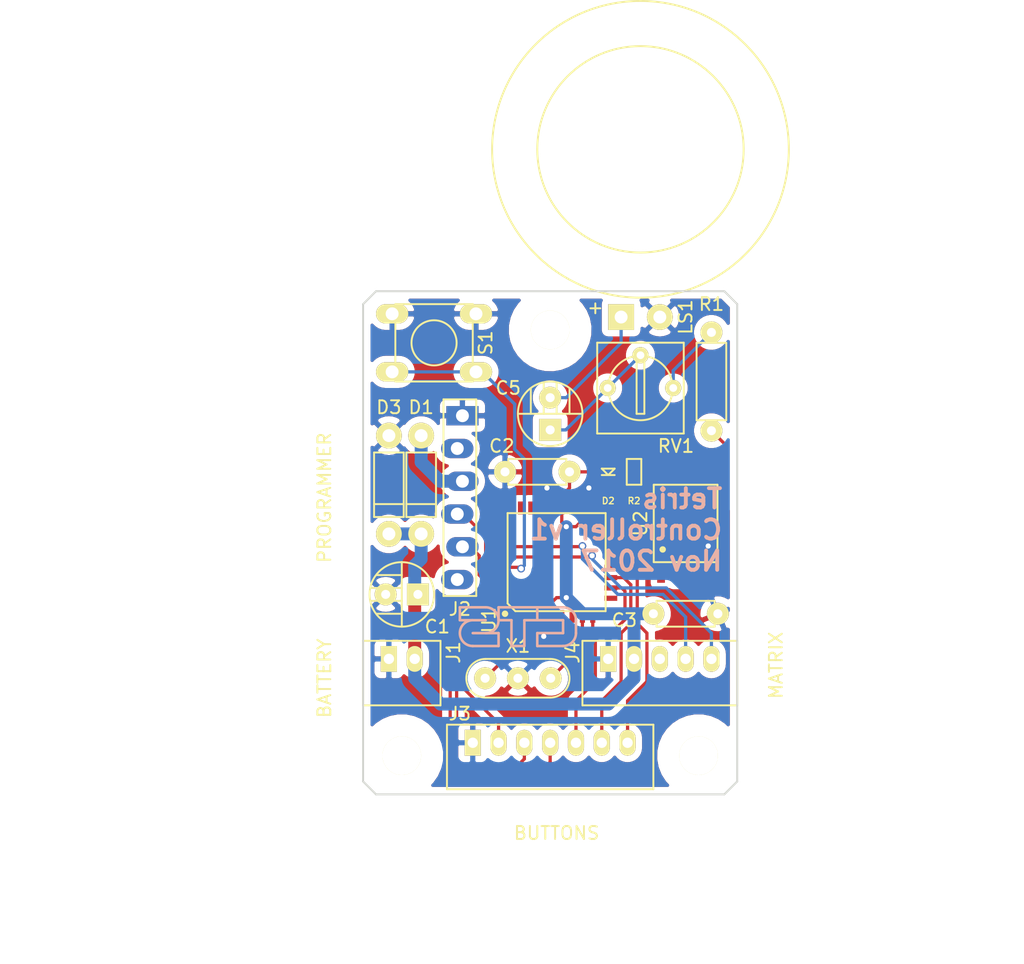
<source format=kicad_pcb>
(kicad_pcb (version 4) (host pcbnew "(2015-08-26 BZR 6129, Git 2e41367)-product")

  (general
    (links 53)
    (no_connects 0)
    (area 125.875 46.224999 163.275001 111.975)
    (thickness 1.6)
    (drawings 34)
    (tracks 176)
    (zones 0)
    (modules 22)
    (nets 38)
  )

  (page A4)
  (layers
    (0 F.Cu signal)
    (31 B.Cu signal)
    (32 B.Adhes user)
    (33 F.Adhes user)
    (34 B.Paste user)
    (35 F.Paste user)
    (36 B.SilkS user)
    (37 F.SilkS user)
    (38 B.Mask user)
    (39 F.Mask user)
    (40 Dwgs.User user)
    (41 Cmts.User user)
    (42 Eco1.User user)
    (43 Eco2.User user)
    (44 Edge.Cuts user)
    (45 Margin user)
    (46 B.CrtYd user)
    (47 F.CrtYd user)
    (48 B.Fab user)
    (49 F.Fab user)
  )

  (setup
    (last_trace_width 0.25)
    (trace_clearance 0.2)
    (zone_clearance 0.5)
    (zone_45_only no)
    (trace_min 0.2)
    (segment_width 0.2)
    (edge_width 0.15)
    (via_size 0.6)
    (via_drill 0.4)
    (via_min_size 0.4)
    (via_min_drill 0.3)
    (uvia_size 0.3)
    (uvia_drill 0.1)
    (uvias_allowed no)
    (uvia_min_size 0.2)
    (uvia_min_drill 0.1)
    (pcb_text_width 0.3)
    (pcb_text_size 1.5 1.5)
    (mod_edge_width 0.15)
    (mod_text_size 1 1)
    (mod_text_width 0.15)
    (pad_size 1.7 1.7)
    (pad_drill 0.7)
    (pad_to_mask_clearance 0.2)
    (aux_axis_origin 0 0)
    (visible_elements 7FFFFFFF)
    (pcbplotparams
      (layerselection 0x00030_80000001)
      (usegerberextensions false)
      (excludeedgelayer true)
      (linewidth 0.100000)
      (plotframeref false)
      (viasonmask false)
      (mode 1)
      (useauxorigin false)
      (hpglpennumber 1)
      (hpglpenspeed 20)
      (hpglpendiameter 15)
      (hpglpenoverlay 2)
      (psnegative false)
      (psa4output false)
      (plotreference true)
      (plotvalue true)
      (plotinvisibletext false)
      (padsonsilk false)
      (subtractmaskfromsilk false)
      (outputformat 1)
      (mirror false)
      (drillshape 1)
      (scaleselection 1)
      (outputdirectory ""))
  )

  (net 0 "")
  (net 1 GND)
  (net 2 +5V)
  (net 3 "Net-(C5-Pad2)")
  (net 4 "Net-(C5-Pad1)")
  (net 5 +5VP)
  (net 6 "Net-(D2-Pad2)")
  (net 7 "Net-(J2-Pad2)")
  (net 8 RX)
  (net 9 TX)
  (net 10 "Net-(J2-Pad6)")
  (net 11 ENTER)
  (net 12 ENC_B)
  (net 13 ENC_A)
  (net 14 DOWN)
  (net 15 RIGHT)
  (net 16 LEFT)
  (net 17 MATRIX_~RESET)
  (net 18 SDA)
  (net 19 SCL)
  (net 20 SCK)
  (net 21 XTAL1)
  (net 22 XTAL2)
  (net 23 "Net-(U1-Pad9)")
  (net 24 "Net-(U1-Pad13)")
  (net 25 ATTINY_~RESET)
  (net 26 MOSI)
  (net 27 MISO)
  (net 28 "Net-(U1-Pad19)")
  (net 29 "Net-(U1-Pad22)")
  (net 30 "Net-(U1-Pad23)")
  (net 31 "Net-(U1-Pad24)")
  (net 32 "Net-(U1-Pad25)")
  (net 33 "Net-(U1-Pad26)")
  (net 34 "Net-(U2-Pad2)")
  (net 35 AUDIO)
  (net 36 /~RESET)
  (net 37 "Net-(R1-Pad1)")

  (net_class Default "This is the default net class."
    (clearance 0.2)
    (trace_width 0.25)
    (via_dia 0.6)
    (via_drill 0.4)
    (uvia_dia 0.3)
    (uvia_drill 0.1)
    (add_net /~RESET)
    (add_net ATTINY_~RESET)
    (add_net AUDIO)
    (add_net DOWN)
    (add_net ENC_A)
    (add_net ENC_B)
    (add_net ENTER)
    (add_net GND)
    (add_net LEFT)
    (add_net MATRIX_~RESET)
    (add_net MISO)
    (add_net MOSI)
    (add_net "Net-(C5-Pad1)")
    (add_net "Net-(C5-Pad2)")
    (add_net "Net-(D2-Pad2)")
    (add_net "Net-(J2-Pad2)")
    (add_net "Net-(J2-Pad6)")
    (add_net "Net-(R1-Pad1)")
    (add_net "Net-(U1-Pad13)")
    (add_net "Net-(U1-Pad19)")
    (add_net "Net-(U1-Pad22)")
    (add_net "Net-(U1-Pad23)")
    (add_net "Net-(U1-Pad24)")
    (add_net "Net-(U1-Pad25)")
    (add_net "Net-(U1-Pad26)")
    (add_net "Net-(U1-Pad9)")
    (add_net "Net-(U2-Pad2)")
    (add_net RIGHT)
    (add_net RX)
    (add_net SCK)
    (add_net SCL)
    (add_net SDA)
    (add_net TX)
    (add_net XTAL1)
    (add_net XTAL2)
  )

  (net_class Power ""
    (clearance 0.2)
    (trace_width 1)
    (via_dia 0.6)
    (via_drill 0.4)
    (uvia_dia 0.3)
    (uvia_drill 0.1)
    (add_net +5V)
    (add_net +5VP)
  )

  (module Custom_Library:C_Radial_D5_P2.5 (layer F.Cu) (tedit 59FF14A8) (tstamp 59FFC844)
    (at 133 92.5 180)
    (path /59FEEC0E)
    (fp_text reference C1 (at -2.75 -2.5 180) (layer F.SilkS)
      (effects (font (size 1 1) (thickness 0.15)))
    )
    (fp_text value 47uF (at 0 -2 180) (layer F.Fab)
      (effects (font (size 1 1) (thickness 0.15)))
    )
    (fp_line (start 0 1.5) (end 1.95 1.5) (layer F.SilkS) (width 0.15))
    (fp_line (start 0 -1.5) (end 1.95 -1.5) (layer F.SilkS) (width 0.15))
    (fp_line (start 0 0.5) (end 2.4 0.5) (layer F.SilkS) (width 0.15))
    (fp_line (start 0 -0.5) (end 2.4 -0.5) (layer F.SilkS) (width 0.15))
    (fp_line (start 0 2.5) (end 0 -2.5) (layer F.SilkS) (width 0.15))
    (fp_circle (center 0 0) (end 2.5 0) (layer F.SilkS) (width 0.15))
    (pad 2 thru_hole circle (at 1.25 0 180) (size 1.7 1.7) (drill 0.7) (layers *.Cu *.Mask F.SilkS)
      (net 1 GND))
    (pad 1 thru_hole rect (at -1.25 0 180) (size 1.7 1.7) (drill 0.7) (layers *.Cu *.Mask F.SilkS)
      (net 2 +5V))
  )

  (module Custom_Library:C_Radial_Rect_P5 (layer F.Cu) (tedit 59FF25D8) (tstamp 59FFC84E)
    (at 143.5 83 180)
    (path /59FEEF82)
    (fp_text reference C2 (at 2.75 2 360) (layer F.SilkS)
      (effects (font (size 1 1) (thickness 0.15)))
    )
    (fp_text value 0.1uF (at 0 2 180) (layer F.Fab)
      (effects (font (size 1 1) (thickness 0.15)))
    )
    (fp_line (start -2.25 -1) (end 2.25 -1) (layer F.SilkS) (width 0.15))
    (fp_line (start 2.25 -1) (end 2.25 1) (layer F.SilkS) (width 0.15))
    (fp_line (start 2.25 1) (end -2.25 1) (layer F.SilkS) (width 0.15))
    (fp_line (start -2.25 1) (end -2.25 -1) (layer F.SilkS) (width 0.15))
    (pad 1 thru_hole circle (at -2.5 0 180) (size 1.7 1.7) (drill 0.7) (layers *.Cu *.Mask F.SilkS)
      (net 2 +5V))
    (pad 2 thru_hole circle (at 2.5 0 225) (size 1.7 1.7) (drill 0.7) (layers *.Cu *.Mask F.SilkS)
      (net 1 GND))
  )

  (module Custom_Library:C_Radial_Rect_P5 (layer F.Cu) (tedit 59FF2817) (tstamp 59FFC858)
    (at 155 94)
    (path /59FF2A4C)
    (fp_text reference C3 (at -4.75 0.5 180) (layer F.SilkS)
      (effects (font (size 1 1) (thickness 0.15)))
    )
    (fp_text value 0.1uF (at 0 2) (layer F.Fab)
      (effects (font (size 1 1) (thickness 0.15)))
    )
    (fp_line (start -2.25 -1) (end 2.25 -1) (layer F.SilkS) (width 0.15))
    (fp_line (start 2.25 -1) (end 2.25 1) (layer F.SilkS) (width 0.15))
    (fp_line (start 2.25 1) (end -2.25 1) (layer F.SilkS) (width 0.15))
    (fp_line (start -2.25 1) (end -2.25 -1) (layer F.SilkS) (width 0.15))
    (pad 1 thru_hole circle (at -2.5 0) (size 1.7 1.7) (drill 0.7) (layers *.Cu *.Mask F.SilkS)
      (net 2 +5V))
    (pad 2 thru_hole circle (at 2.5 0 337.5) (size 1.7 1.7) (drill 0.7) (layers *.Cu *.Mask F.SilkS)
      (net 1 GND))
  )

  (module Custom_Library:C_Radial_D5_P2.5 (layer F.Cu) (tedit 59FF25D7) (tstamp 59FFC86E)
    (at 144.5 78.5 90)
    (path /59FEA8D6)
    (fp_text reference C5 (at 2 -3.25 180) (layer F.SilkS)
      (effects (font (size 1 1) (thickness 0.15)))
    )
    (fp_text value 100uF (at 0 -2 90) (layer F.Fab)
      (effects (font (size 1 1) (thickness 0.15)))
    )
    (fp_line (start 0 1.5) (end 1.95 1.5) (layer F.SilkS) (width 0.15))
    (fp_line (start 0 -1.5) (end 1.95 -1.5) (layer F.SilkS) (width 0.15))
    (fp_line (start 0 0.5) (end 2.4 0.5) (layer F.SilkS) (width 0.15))
    (fp_line (start 0 -0.5) (end 2.4 -0.5) (layer F.SilkS) (width 0.15))
    (fp_line (start 0 2.5) (end 0 -2.5) (layer F.SilkS) (width 0.15))
    (fp_circle (center 0 0) (end 2.5 0) (layer F.SilkS) (width 0.15))
    (pad 2 thru_hole circle (at 1.25 0 90) (size 1.7 1.7) (drill 0.7) (layers *.Cu *.Mask F.SilkS)
      (net 3 "Net-(C5-Pad2)"))
    (pad 1 thru_hole rect (at -1.25 0 90) (size 1.7 1.7) (drill 0.7) (layers *.Cu *.Mask F.SilkS)
      (net 4 "Net-(C5-Pad1)"))
  )

  (module Custom_Library:DIODE_Rectifier_1A (layer F.Cu) (tedit 59FF152B) (tstamp 59FFC879)
    (at 134.5 84 90)
    (path /59FE5050)
    (fp_text reference D1 (at 6 0 180) (layer F.SilkS)
      (effects (font (size 1 1) (thickness 0.15)))
    )
    (fp_text value 1N4001 (at 0 0 90) (layer F.Fab)
      (effects (font (size 1 1) (thickness 0.15)))
    )
    (fp_line (start -1.5 1.15) (end -1.5 -1.15) (layer F.SilkS) (width 0.15))
    (fp_line (start -2.5 -1.15) (end 2.5 -1.15) (layer F.SilkS) (width 0.15))
    (fp_line (start 2.5 -1.15) (end 2.5 1.15) (layer F.SilkS) (width 0.15))
    (fp_line (start 2.5 1.15) (end -2.5 1.15) (layer F.SilkS) (width 0.15))
    (fp_line (start -2.5 1.15) (end -2.5 -1.15) (layer F.SilkS) (width 0.15))
    (pad 1 thru_hole circle (at -3.81 0 90) (size 2 2) (drill 1) (layers *.Cu *.Mask F.SilkS)
      (net 2 +5V))
    (pad 2 thru_hole circle (at 3.81 0 90) (size 2 2) (drill 1) (layers *.Cu *.Mask F.SilkS)
      (net 5 +5VP))
  )

  (module Custom_Library:0805_LED (layer F.Cu) (tedit 58C09E64) (tstamp 59FFC883)
    (at 149 83 90)
    (path /59FE8BCE)
    (fp_text reference D2 (at -2.25 0 180) (layer F.SilkS)
      (effects (font (size 0.5 0.5) (thickness 0.1)))
    )
    (fp_text value LED (at 0 0 90) (layer F.Fab)
      (effects (font (size 0.5 0.5) (thickness 0.1)))
    )
    (fp_line (start -0.25 0) (end 0.25 -0.5) (layer F.SilkS) (width 0.15))
    (fp_line (start 0.25 -0.5) (end 0.25 0.5) (layer F.SilkS) (width 0.15))
    (fp_line (start 0.25 0.5) (end -0.25 0) (layer F.SilkS) (width 0.15))
    (fp_line (start -0.25 0.5) (end -0.25 -0.5) (layer F.SilkS) (width 0.15))
    (pad 1 smd rect (at -1.05 0 90) (size 0.9 1.3) (layers F.Cu F.Paste F.Mask)
      (net 1 GND))
    (pad 2 smd rect (at 1.05 0 90) (size 0.9 1.3) (layers F.Cu F.Paste F.Mask)
      (net 6 "Net-(D2-Pad2)"))
  )

  (module Custom_Library:M3_Isolated (layer F.Cu) (tedit 58DFC21C) (tstamp 59FFC888)
    (at 144.5 72)
    (path /59FF3F83)
    (fp_text reference H3 (at 0 -0.5) (layer F.Fab) hide
      (effects (font (size 0.5 0.5) (thickness 0.1)))
    )
    (fp_text value M3 (at 0 0.5) (layer F.Fab) hide
      (effects (font (size 0.5 0.5) (thickness 0.1)))
    )
    (pad "" np_thru_hole circle (at 0 0) (size 3 3) (drill 3) (layers *.Cu *.Mask F.SilkS)
      (solder_mask_margin 1.5) (clearance 1.7))
  )

  (module Custom_Library:M3_Isolated (layer F.Cu) (tedit 58DFC21C) (tstamp 59FFC88D)
    (at 156 105)
    (path /59FF4517)
    (fp_text reference H4 (at 0 -0.5) (layer F.Fab) hide
      (effects (font (size 0.5 0.5) (thickness 0.1)))
    )
    (fp_text value M3 (at 0 0.5) (layer F.Fab) hide
      (effects (font (size 0.5 0.5) (thickness 0.1)))
    )
    (pad "" np_thru_hole circle (at 0 0) (size 3 3) (drill 3) (layers *.Cu *.Mask F.SilkS)
      (solder_mask_margin 1.5) (clearance 1.7))
  )

  (module Custom_Library:M3_Isolated (layer F.Cu) (tedit 58DFC21C) (tstamp 59FFC892)
    (at 133 105)
    (path /59FF457E)
    (fp_text reference H5 (at 0 -0.5) (layer F.Fab) hide
      (effects (font (size 0.5 0.5) (thickness 0.1)))
    )
    (fp_text value M3 (at 0 0.5) (layer F.Fab) hide
      (effects (font (size 0.5 0.5) (thickness 0.1)))
    )
    (pad "" np_thru_hole circle (at 0 0) (size 3 3) (drill 3) (layers *.Cu *.Mask F.SilkS)
      (solder_mask_margin 1.5) (clearance 1.7))
  )

  (module Custom_Library:Hirose_DF3A-2P-2DSA (layer F.Cu) (tedit 59FF28BD) (tstamp 59FFC8A1)
    (at 133 97.5)
    (path /59FE53C0)
    (fp_text reference J1 (at 4 -0.5 90) (layer F.SilkS)
      (effects (font (size 1 1) (thickness 0.15)))
    )
    (fp_text value BATTERY (at -6 1.5 90) (layer F.SilkS)
      (effects (font (size 1 1) (thickness 0.15)))
    )
    (fp_line (start -3 3.6) (end 3 3.6) (layer F.SilkS) (width 0.15))
    (fp_line (start 3 3.6) (end 3 -1.4) (layer F.SilkS) (width 0.15))
    (fp_line (start 3 -1.4) (end -3 -1.4) (layer F.SilkS) (width 0.15))
    (fp_line (start -3 -1.4) (end -3 3.6) (layer F.SilkS) (width 0.15))
    (pad 1 thru_hole rect (at -1 0) (size 1.25 2) (drill 0.8) (layers *.Cu *.Mask F.SilkS)
      (net 1 GND))
    (pad 2 thru_hole oval (at 1 0) (size 1.25 2) (drill 0.8) (layers *.Cu *.Mask F.SilkS)
      (net 2 +5V))
  )

  (module Custom_Library:Pin_Header_01x06_Staggered (layer F.Cu) (tedit 59FF28B7) (tstamp 59FFC8B0)
    (at 137.5 85 270)
    (descr "Through hole straight pin header, 1x06, 2.54mm pitch, single row")
    (tags "Through hole pin header THT 1x06 2.54mm single row")
    (path /59FE3BD7)
    (fp_text reference J2 (at 8.636 0 360) (layer F.SilkS)
      (effects (font (size 1 1) (thickness 0.15)))
    )
    (fp_text value PROGRAMMER (at 0 10.5 270) (layer F.SilkS)
      (effects (font (size 1 1) (thickness 0.15)))
    )
    (fp_line (start -7.62 -1.27) (end 7.62 -1.27) (layer F.SilkS) (width 0.15))
    (fp_line (start 7.62 -1.27) (end 7.62 1.27) (layer F.SilkS) (width 0.15))
    (fp_line (start 7.62 1.27) (end -7.62 1.27) (layer F.SilkS) (width 0.15))
    (fp_line (start -7.62 1.27) (end -7.62 -1.27) (layer F.SilkS) (width 0.15))
    (fp_line (start 1.39 1.27) (end -1.39 1.27) (layer F.SilkS) (width 0.12))
    (pad 1 thru_hole rect (at -6.35 -0.2 270) (size 1.5 2.5) (drill 1) (layers *.Cu *.Mask)
      (net 1 GND))
    (pad 2 thru_hole oval (at -3.81 0.2 270) (size 1.5 2.5) (drill 1) (layers *.Cu *.Mask)
      (net 7 "Net-(J2-Pad2)"))
    (pad 3 thru_hole oval (at -1.27 -0.2 270) (size 1.5 2.5) (drill 1) (layers *.Cu *.Mask)
      (net 5 +5VP))
    (pad 4 thru_hole oval (at 1.27 0.2 270) (size 1.5 2.5) (drill 1) (layers *.Cu *.Mask)
      (net 8 RX))
    (pad 5 thru_hole oval (at 3.81 -0.2 270) (size 1.5 2.5) (drill 1) (layers *.Cu *.Mask)
      (net 9 TX))
    (pad 6 thru_hole oval (at 6.35 0.2 270) (size 1.5 2.5) (drill 1) (layers *.Cu *.Mask)
      (net 10 "Net-(J2-Pad6)"))
    (model Pin_Headers.3dshapes/Pin_Header_Straight_1x06_Pitch2.54mm.wrl
      (at (xyz 0 -0.25 0))
      (scale (xyz 1 1 1))
      (rotate (xyz 0 0 90))
    )
  )

  (module Custom_Library:Hirose_DF3A-7P-2DSA (layer F.Cu) (tedit 59FF28C0) (tstamp 59FFC8BF)
    (at 144.5 104)
    (path /59FE302C)
    (fp_text reference J3 (at -7 -2.25 180) (layer F.SilkS)
      (effects (font (size 1 1) (thickness 0.15)))
    )
    (fp_text value BUTTONS (at 0.5 7) (layer F.SilkS)
      (effects (font (size 1 1) (thickness 0.15)))
    )
    (fp_line (start -8 3.6) (end 8 3.6) (layer F.SilkS) (width 0.15))
    (fp_line (start 8 3.6) (end 8 -1.4) (layer F.SilkS) (width 0.15))
    (fp_line (start 8 -1.4) (end -8 -1.4) (layer F.SilkS) (width 0.15))
    (fp_line (start -8 -1.4) (end -8 3.6) (layer F.SilkS) (width 0.15))
    (pad 1 thru_hole rect (at -6 0) (size 1.25 2) (drill 0.8) (layers *.Cu *.Mask F.SilkS)
      (net 1 GND))
    (pad 2 thru_hole oval (at -4 0) (size 1.25 2) (drill 0.8) (layers *.Cu *.Mask F.SilkS)
      (net 11 ENTER))
    (pad 3 thru_hole oval (at -2 0) (size 1.25 2) (drill 0.8) (layers *.Cu *.Mask F.SilkS)
      (net 12 ENC_B))
    (pad 4 thru_hole oval (at 0 0) (size 1.25 2) (drill 0.8) (layers *.Cu *.Mask F.SilkS)
      (net 13 ENC_A))
    (pad 5 thru_hole oval (at 2 0) (size 1.25 2) (drill 0.8) (layers *.Cu *.Mask F.SilkS)
      (net 14 DOWN))
    (pad 6 thru_hole oval (at 4 0) (size 1.25 2) (drill 0.8) (layers *.Cu *.Mask F.SilkS)
      (net 15 RIGHT))
    (pad 7 thru_hole oval (at 6 0) (size 1.25 2) (drill 0.8) (layers *.Cu *.Mask F.SilkS)
      (net 16 LEFT))
  )

  (module Custom_Library:Hirose_DF3A-5P-2DSA (layer F.Cu) (tedit 59FF28C3) (tstamp 59FFC8CC)
    (at 153 97.5)
    (path /59FE3086)
    (fp_text reference J4 (at -6.75 -0.5 90) (layer F.SilkS)
      (effects (font (size 1 1) (thickness 0.15)))
    )
    (fp_text value MATRIX (at 9 0.5 90) (layer F.SilkS)
      (effects (font (size 1 1) (thickness 0.15)))
    )
    (fp_line (start -6 3.6) (end 6 3.6) (layer F.SilkS) (width 0.15))
    (fp_line (start 6 3.6) (end 6 -1.4) (layer F.SilkS) (width 0.15))
    (fp_line (start 6 -1.4) (end -6 -1.4) (layer F.SilkS) (width 0.15))
    (fp_line (start -6 -1.4) (end -6 3.6) (layer F.SilkS) (width 0.15))
    (pad 1 thru_hole rect (at -4 0) (size 1.25 2) (drill 0.8) (layers *.Cu *.Mask F.SilkS)
      (net 1 GND))
    (pad 2 thru_hole oval (at -2 0) (size 1.25 2) (drill 0.8) (layers *.Cu *.Mask F.SilkS)
      (net 2 +5V))
    (pad 3 thru_hole oval (at 0 0) (size 1.25 2) (drill 0.8) (layers *.Cu *.Mask F.SilkS)
      (net 17 MATRIX_~RESET))
    (pad 4 thru_hole oval (at 2 0) (size 1.25 2) (drill 0.8) (layers *.Cu *.Mask F.SilkS)
      (net 18 SDA))
    (pad 5 thru_hole oval (at 4 0) (size 1.25 2) (drill 0.8) (layers *.Cu *.Mask F.SilkS)
      (net 19 SCL))
  )

  (module Custom_Library:0805 (layer F.Cu) (tedit 59FF2505) (tstamp 59FFC8D6)
    (at 151 83 270)
    (path /59FE8B5B)
    (fp_text reference R2 (at 2.25 0 360) (layer F.SilkS)
      (effects (font (size 0.5 0.5) (thickness 0.1)))
    )
    (fp_text value 1k (at 0 0 270) (layer F.Fab)
      (effects (font (size 0.5 0.5) (thickness 0.1)))
    )
    (fp_line (start -1 0.5625) (end 1 0.5625) (layer F.SilkS) (width 0.15))
    (fp_line (start 1 0.5625) (end 1 -0.5625) (layer F.SilkS) (width 0.15))
    (fp_line (start 1 -0.5625) (end -1 -0.5625) (layer F.SilkS) (width 0.15))
    (fp_line (start -1 -0.5625) (end -1 0.5625) (layer F.SilkS) (width 0.15))
    (pad 1 smd rect (at -1.05 0 270) (size 0.9 1.3) (layers F.Cu F.Paste F.Mask)
      (net 6 "Net-(D2-Pad2)"))
    (pad 2 smd rect (at 1.05 0 270) (size 0.9 1.3) (layers F.Cu F.Paste F.Mask)
      (net 20 SCK))
  )

  (module Custom_Library:Pushbutton_6mm_4pin (layer F.Cu) (tedit 59FF1527) (tstamp 59FFC8E3)
    (at 135.5 73 180)
    (path /59FE6306)
    (fp_text reference S1 (at -4 0 270) (layer F.SilkS)
      (effects (font (size 1 1) (thickness 0.15)))
    )
    (fp_text value RESET (at 0 0 180) (layer F.Fab)
      (effects (font (size 1 1) (thickness 0.15)))
    )
    (fp_circle (center 0 0) (end 1.75 0) (layer F.SilkS) (width 0.15))
    (fp_line (start -3 -3) (end -3 3) (layer F.SilkS) (width 0.15))
    (fp_line (start -3 3) (end 3 3) (layer F.SilkS) (width 0.15))
    (fp_line (start 3 3) (end 3 -3) (layer F.SilkS) (width 0.15))
    (fp_line (start 3 -3) (end -3 -3) (layer F.SilkS) (width 0.15))
    (pad 1 thru_hole oval (at -3.25 -2.25 180) (size 2.5 1.5) (drill 1) (layers *.Cu *.Mask F.SilkS)
      (net 36 /~RESET))
    (pad 2 thru_hole oval (at -3.25 2.25 180) (size 2.5 1.5) (drill 1) (layers *.Cu *.Mask F.SilkS)
      (net 1 GND))
    (pad 2 thru_hole oval (at 3.25 2.25 180) (size 2.5 1.5) (drill 1) (layers *.Cu *.Mask F.SilkS)
      (net 1 GND))
    (pad 1 thru_hole oval (at 3.25 -2.25 180) (size 2.5 1.5) (drill 1) (layers *.Cu *.Mask F.SilkS)
      (net 36 /~RESET))
  )

  (module Custom_Library:TQFP-32 (layer F.Cu) (tedit 59FF28F9) (tstamp 59FFC90D)
    (at 145 90 90)
    (path /59FE2F10)
    (fp_text reference U1 (at -4.5 -5.25 270) (layer F.SilkS)
      (effects (font (size 1 1) (thickness 0.15)))
    )
    (fp_text value ATMEGA328P-A (at 0 0 90) (layer F.Fab)
      (effects (font (size 1 1) (thickness 0.15)))
    )
    (fp_line (start 3.8 -3.8) (end -3.2 -3.8) (layer F.SilkS) (width 0.15))
    (fp_line (start -3.2 -3.8) (end -3.8 -3.2) (layer F.SilkS) (width 0.15))
    (fp_line (start -3.8 -3.2) (end -3.8 3.8) (layer F.SilkS) (width 0.15))
    (fp_line (start -3.8 3.8) (end 3.8 3.8) (layer F.SilkS) (width 0.15))
    (fp_circle (center -4 -4) (end -3.875 -4) (layer F.SilkS) (width 0.25))
    (fp_line (start 3.8 3.8) (end 3.8 -3.8) (layer F.SilkS) (width 0.15))
    (pad 1 smd rect (at -4.2 -2.8 90) (size 1 0.4) (layers F.Cu F.Paste F.Mask)
      (net 12 ENC_B))
    (pad 2 smd rect (at -4.2 -2 90) (size 1 0.4) (layers F.Cu F.Paste F.Mask)
      (net 11 ENTER))
    (pad 3 smd rect (at -4.2 -1.2 90) (size 1 0.4) (layers F.Cu F.Paste F.Mask)
      (net 1 GND))
    (pad 4 smd rect (at -4.2 -0.4 90) (size 1 0.4) (layers F.Cu F.Paste F.Mask)
      (net 2 +5V))
    (pad 5 smd rect (at -4.2 0.4 90) (size 1 0.4) (layers F.Cu F.Paste F.Mask)
      (net 1 GND))
    (pad 6 smd rect (at -4.2 1.2 90) (size 1 0.4) (layers F.Cu F.Paste F.Mask)
      (net 2 +5V))
    (pad 7 smd rect (at -4.2 2 90) (size 1 0.4) (layers F.Cu F.Paste F.Mask)
      (net 21 XTAL1))
    (pad 8 smd rect (at -4.2 2.8 90) (size 1 0.4) (layers F.Cu F.Paste F.Mask)
      (net 22 XTAL2))
    (pad 9 smd rect (at -2.8 4.2 90) (size 0.4 1) (layers F.Cu F.Paste F.Mask)
      (net 23 "Net-(U1-Pad9)"))
    (pad 10 smd rect (at -2 4.2 90) (size 0.4 1) (layers F.Cu F.Paste F.Mask)
      (net 14 DOWN))
    (pad 11 smd rect (at -1.2 4.2 90) (size 0.4 1) (layers F.Cu F.Paste F.Mask)
      (net 15 RIGHT))
    (pad 12 smd rect (at -0.4 4.2 90) (size 0.4 1) (layers F.Cu F.Paste F.Mask)
      (net 16 LEFT))
    (pad 13 smd rect (at 0.4 4.2 90) (size 0.4 1) (layers F.Cu F.Paste F.Mask)
      (net 24 "Net-(U1-Pad13)"))
    (pad 14 smd rect (at 1.2 4.2 90) (size 0.4 1) (layers F.Cu F.Paste F.Mask)
      (net 25 ATTINY_~RESET))
    (pad 15 smd rect (at 2 4.2 90) (size 0.4 1) (layers F.Cu F.Paste F.Mask)
      (net 26 MOSI))
    (pad 16 smd rect (at 2.8 4.2 90) (size 0.4 1) (layers F.Cu F.Paste F.Mask)
      (net 27 MISO))
    (pad 17 smd rect (at 4.2 2.8 90) (size 1 0.4) (layers F.Cu F.Paste F.Mask)
      (net 20 SCK))
    (pad 18 smd rect (at 4.2 2 90) (size 1 0.4) (layers F.Cu F.Paste F.Mask)
      (net 2 +5V))
    (pad 19 smd rect (at 4.2 1.2 90) (size 1 0.4) (layers F.Cu F.Paste F.Mask)
      (net 28 "Net-(U1-Pad19)"))
    (pad 20 smd rect (at 4.2 0.4 90) (size 1 0.4) (layers F.Cu F.Paste F.Mask)
      (net 2 +5V))
    (pad 21 smd rect (at 4.2 -0.4 90) (size 1 0.4) (layers F.Cu F.Paste F.Mask)
      (net 1 GND))
    (pad 22 smd rect (at 4.2 -1.2 90) (size 1 0.4) (layers F.Cu F.Paste F.Mask)
      (net 29 "Net-(U1-Pad22)"))
    (pad 23 smd rect (at 4.2 -2 90) (size 1 0.4) (layers F.Cu F.Paste F.Mask)
      (net 30 "Net-(U1-Pad23)"))
    (pad 24 smd rect (at 4.2 -2.8 90) (size 1 0.4) (layers F.Cu F.Paste F.Mask)
      (net 31 "Net-(U1-Pad24)"))
    (pad 25 smd rect (at 2.8 -4.2 90) (size 0.4 1) (layers F.Cu F.Paste F.Mask)
      (net 32 "Net-(U1-Pad25)"))
    (pad 26 smd rect (at 2 -4.2 90) (size 0.4 1) (layers F.Cu F.Paste F.Mask)
      (net 33 "Net-(U1-Pad26)"))
    (pad 27 smd rect (at 1.2 -4.2 90) (size 0.4 1) (layers F.Cu F.Paste F.Mask)
      (net 18 SDA))
    (pad 28 smd rect (at 0.4 -4.2 90) (size 0.4 1) (layers F.Cu F.Paste F.Mask)
      (net 19 SCL))
    (pad 29 smd rect (at -0.4 -4.2 90) (size 0.4 1) (layers F.Cu F.Paste F.Mask)
      (net 36 /~RESET))
    (pad 30 smd rect (at -1.2 -4.2 90) (size 0.4 1) (layers F.Cu F.Paste F.Mask)
      (net 8 RX))
    (pad 31 smd rect (at -2 -4.2 90) (size 0.4 1) (layers F.Cu F.Paste F.Mask)
      (net 9 TX))
    (pad 32 smd rect (at -2.8 -4.2 90) (size 0.4 1) (layers F.Cu F.Paste F.Mask)
      (net 13 ENC_A))
  )

  (module Custom_Library:SOIC-8_Wide (layer F.Cu) (tedit 59FF28E2) (tstamp 59FFC91E)
    (at 155 87)
    (path /59FE737A)
    (fp_text reference U2 (at -3.5 0 90) (layer F.SilkS)
      (effects (font (size 1 1) (thickness 0.15)))
    )
    (fp_text value ATTINY85-S (at 0 0) (layer F.Fab)
      (effects (font (size 1 1) (thickness 0.15)))
    )
    (fp_circle (center -1.778 2.016) (end -1.653 2.016) (layer F.SilkS) (width 0.25))
    (fp_line (start -2.47 3) (end 2.47 3) (layer F.SilkS) (width 0.15))
    (fp_line (start 2.47 3) (end 2.47 -3) (layer F.SilkS) (width 0.15))
    (fp_line (start 2.47 -3) (end -2.47 -3) (layer F.SilkS) (width 0.15))
    (fp_line (start -2.47 -3) (end -2.47 3) (layer F.SilkS) (width 0.15))
    (pad 1 smd rect (at -1.905 3.6) (size 0.6 2) (layers F.Cu F.Paste F.Mask)
      (net 25 ATTINY_~RESET))
    (pad 2 smd rect (at -0.635 3.6) (size 0.6 2) (layers F.Cu F.Paste F.Mask)
      (net 34 "Net-(U2-Pad2)"))
    (pad 3 smd rect (at 0.635 3.6) (size 0.6 2) (layers F.Cu F.Paste F.Mask)
      (net 35 AUDIO))
    (pad 4 smd rect (at 1.905 3.6) (size 0.6 2) (layers F.Cu F.Paste F.Mask)
      (net 1 GND))
    (pad 5 smd rect (at 1.905 -3.6) (size 0.6 2) (layers F.Cu F.Paste F.Mask)
      (net 26 MOSI))
    (pad 6 smd rect (at 0.635 -3.6) (size 0.6 2) (layers F.Cu F.Paste F.Mask)
      (net 27 MISO))
    (pad 7 smd rect (at -0.635 -3.6) (size 0.6 2) (layers F.Cu F.Paste F.Mask)
      (net 20 SCK))
    (pad 8 smd rect (at -1.905 -3.6) (size 0.6 2) (layers F.Cu F.Paste F.Mask)
      (net 2 +5V))
  )

  (module Custom_Library:XTAL_SIP-3 (layer F.Cu) (tedit 59FE7EAC) (tstamp 59FFC929)
    (at 142 99)
    (path /59FE3A18)
    (fp_text reference X1 (at 0 -2.5) (layer F.SilkS)
      (effects (font (size 1 1) (thickness 0.15)))
    )
    (fp_text value "16 MHz" (at 0 -2.5) (layer F.Fab)
      (effects (font (size 1 1) (thickness 0.15)))
    )
    (fp_line (start -2.5 1.5) (end 2.5 1.5) (layer F.SilkS) (width 0.15))
    (fp_line (start -2.5 -1.5) (end 2.5 -1.5) (layer F.SilkS) (width 0.15))
    (fp_arc (start 2.5 0) (end 2.5 -1.5) (angle 180) (layer F.SilkS) (width 0.15))
    (fp_arc (start -2.5 0) (end -2.5 1.5) (angle 180) (layer F.SilkS) (width 0.15))
    (pad 1 thru_hole circle (at -2.54 0) (size 1.7 1.7) (drill 0.7) (layers *.Cu *.Mask F.SilkS)
      (net 21 XTAL1))
    (pad 2 thru_hole circle (at 0 0) (size 1.7 1.7) (drill 0.7) (layers *.Cu *.Mask F.SilkS)
      (net 1 GND))
    (pad 3 thru_hole circle (at 2.54 0) (size 1.7 1.7) (drill 0.7) (layers *.Cu *.Mask F.SilkS)
      (net 22 XTAL2))
  )

  (module Custom_Library:R_0.25W (layer F.Cu) (tedit 59FE7C5E) (tstamp 59FFE367)
    (at 157 76 270)
    (path /59FEA91F)
    (fp_text reference R1 (at -6 0 360) (layer F.SilkS)
      (effects (font (size 1 1) (thickness 0.15)))
    )
    (fp_text value 120 (at 0 0 270) (layer F.Fab)
      (effects (font (size 1 1) (thickness 0.15)))
    )
    (fp_line (start -3 -1.15) (end 3 -1.15) (layer F.SilkS) (width 0.15))
    (fp_line (start 3 -1.15) (end 3 1.15) (layer F.SilkS) (width 0.15))
    (fp_line (start 3 1.15) (end -3 1.15) (layer F.SilkS) (width 0.15))
    (fp_line (start -3 1.15) (end -3 -1.15) (layer F.SilkS) (width 0.15))
    (pad 1 thru_hole circle (at -3.81 0 270) (size 1.7 1.7) (drill 0.7) (layers *.Cu *.Mask F.SilkS)
      (net 37 "Net-(R1-Pad1)"))
    (pad 2 thru_hole circle (at 3.81 0 270) (size 1.7 1.7) (drill 0.7) (layers *.Cu *.Mask F.SilkS)
      (net 35 AUDIO))
  )

  (module Custom_Library:Trimpot_3362P (layer F.Cu) (tedit 59FF250F) (tstamp 59FFE377)
    (at 151.5 76.5)
    (path /59FEA95C)
    (fp_text reference RV1 (at 2.75 4.5) (layer F.SilkS)
      (effects (font (size 1 1) (thickness 0.15)))
    )
    (fp_text value 5k (at 0 -4.5) (layer F.Fab)
      (effects (font (size 1 1) (thickness 0.15)))
    )
    (fp_line (start -0.3 2) (end -0.3 -2) (layer F.SilkS) (width 0.15))
    (fp_line (start -0.3 -2) (end 0.3 -2) (layer F.SilkS) (width 0.15))
    (fp_line (start 0.3 -2) (end 0.3 2) (layer F.SilkS) (width 0.15))
    (fp_line (start 0.3 2) (end -0.3 2) (layer F.SilkS) (width 0.15))
    (fp_line (start -3.355 3.53) (end -3.355 -3.51) (layer F.SilkS) (width 0.15))
    (fp_line (start -3.355 -3.51) (end 3.355 -3.51) (layer F.SilkS) (width 0.15))
    (fp_line (start 3.355 -3.51) (end 3.355 3.53) (layer F.SilkS) (width 0.15))
    (fp_line (start 3.355 3.53) (end -3.355 3.53) (layer F.SilkS) (width 0.15))
    (fp_circle (center 0 0) (end 2.5 0) (layer F.SilkS) (width 0.15))
    (pad 1 thru_hole circle (at -2.54 0) (size 1.25 1.25) (drill 0.6) (layers *.Cu *.Mask F.SilkS)
      (net 4 "Net-(C5-Pad1)"))
    (pad 2 thru_hole circle (at 0 -2.54) (size 1.25 1.25) (drill 0.6) (layers *.Cu *.Mask F.SilkS)
      (net 4 "Net-(C5-Pad1)"))
    (pad 3 thru_hole circle (at 2.54 0) (size 1.25 1.25) (drill 0.6) (layers *.Cu *.Mask F.SilkS)
      (net 37 "Net-(R1-Pad1)"))
  )

  (module Custom_Library:Speaker_23mm (layer F.Cu) (tedit 59FF2658) (tstamp 59FFEFE5)
    (at 151.5 58)
    (path /59FE8762)
    (fp_text reference LS1 (at 3.5 13 90) (layer F.SilkS)
      (effects (font (size 1 1) (thickness 0.15)))
    )
    (fp_text value "8 Ohm" (at 0 0) (layer F.Fab)
      (effects (font (size 1 1) (thickness 0.15)))
    )
    (fp_circle (center 0 0) (end 8 0) (layer F.SilkS) (width 0.15))
    (fp_circle (center 0 0) (end 11.5 0) (layer F.SilkS) (width 0.15))
    (pad 1 thru_hole rect (at -1.5 13) (size 2 2) (drill 1) (layers *.Cu *.Mask F.SilkS)
      (net 3 "Net-(C5-Pad2)"))
    (pad 2 thru_hole circle (at 1.5 13) (size 2 2) (drill 1) (layers *.Cu *.Mask F.SilkS)
      (net 1 GND))
  )

  (module Custom_Library:DIODE_Rectifier_1A (layer F.Cu) (tedit 59FF152F) (tstamp 59FF34BB)
    (at 132 84 90)
    (path /59FF1FB3)
    (fp_text reference D3 (at 6 0 180) (layer F.SilkS)
      (effects (font (size 1 1) (thickness 0.15)))
    )
    (fp_text value 5.6V (at 0 0 90) (layer F.Fab)
      (effects (font (size 1 1) (thickness 0.15)))
    )
    (fp_line (start -1.5 1.15) (end -1.5 -1.15) (layer F.SilkS) (width 0.15))
    (fp_line (start -2.5 -1.15) (end 2.5 -1.15) (layer F.SilkS) (width 0.15))
    (fp_line (start 2.5 -1.15) (end 2.5 1.15) (layer F.SilkS) (width 0.15))
    (fp_line (start 2.5 1.15) (end -2.5 1.15) (layer F.SilkS) (width 0.15))
    (fp_line (start -2.5 1.15) (end -2.5 -1.15) (layer F.SilkS) (width 0.15))
    (pad 1 thru_hole circle (at -3.81 0 90) (size 2 2) (drill 1) (layers *.Cu *.Mask F.SilkS)
      (net 2 +5V))
    (pad 2 thru_hole circle (at 3.81 0 90) (size 2 2) (drill 1) (layers *.Cu *.Mask F.SilkS)
      (net 1 GND))
  )

  (gr_text "NOT FOR PRODUCTION!\nU1 cannot be programmed on this board unless it has been\npreviously bootloaded. A future version will include an ICSP header." (at 101.854 117.348) (layer F.Fab)
    (effects (font (size 1.5 1.5) (thickness 0.3)) (justify left))
  )
  (gr_text "Tetris\nController v1\nNov 2017" (at 158 87.5) (layer B.SilkS)
    (effects (font (size 1.5 1.5) (thickness 0.3)) (justify left mirror))
  )
  (gr_text + (at 148 70.25) (layer F.SilkS)
    (effects (font (size 1 1) (thickness 0.15)) (justify mirror))
  )
  (gr_line (start 146.5 94.5) (end 146.5 95.5) (angle 90) (layer B.SilkS) (width 0.2))
  (gr_line (start 140.5 96.5) (end 138.5 96.5) (angle 90) (layer B.SilkS) (width 0.2))
  (gr_line (start 140.5 95.5) (end 140.5 96.5) (angle 90) (layer B.SilkS) (width 0.2))
  (gr_line (start 138.5 95.5) (end 140.5 95.5) (angle 90) (layer B.SilkS) (width 0.2))
  (gr_line (start 137.5 94.5) (end 139.5 94.5) (angle 90) (layer B.SilkS) (width 0.2))
  (gr_line (start 137.5 93.5) (end 137.5 94.5) (angle 90) (layer B.SilkS) (width 0.2))
  (gr_line (start 139.5 93.5) (end 137.5 93.5) (angle 90) (layer B.SilkS) (width 0.2))
  (gr_line (start 140.5 94.5) (end 140.5 93.5) (angle 90) (layer B.SilkS) (width 0.2))
  (gr_line (start 141.5 94.5) (end 140.5 94.5) (angle 90) (layer B.SilkS) (width 0.2))
  (gr_line (start 143.5 93.5) (end 143.5 94.5) (angle 90) (layer B.SilkS) (width 0.2))
  (gr_line (start 140.5 93.5) (end 145.5 93.5) (angle 90) (layer B.SilkS) (width 0.2))
  (gr_line (start 141.5 96.5) (end 141.5 94.5) (angle 90) (layer B.SilkS) (width 0.2))
  (gr_line (start 142.5 96.5) (end 141.5 96.5) (angle 90) (layer B.SilkS) (width 0.2))
  (gr_line (start 142.5 94.5) (end 142.5 96.5) (angle 90) (layer B.SilkS) (width 0.2))
  (gr_line (start 145.5 94.5) (end 142.5 94.5) (angle 90) (layer B.SilkS) (width 0.2))
  (gr_line (start 145.5 95.5) (end 145.5 94.5) (angle 90) (layer B.SilkS) (width 0.2))
  (gr_line (start 143.5 95.5) (end 145.5 95.5) (angle 90) (layer B.SilkS) (width 0.2))
  (gr_line (start 143.5 96.5) (end 143.5 95.5) (angle 90) (layer B.SilkS) (width 0.2))
  (gr_line (start 145.5 96.5) (end 143.5 96.5) (angle 90) (layer B.SilkS) (width 0.2))
  (gr_arc (start 145.5 95.5) (end 146.5 95.5) (angle 90) (layer B.SilkS) (width 0.2))
  (gr_arc (start 145.5 94.5) (end 145.5 93.5) (angle 90) (layer B.SilkS) (width 0.2))
  (gr_arc (start 138.5 95.5) (end 138.5 96.5) (angle 180) (layer B.SilkS) (width 0.2))
  (gr_arc (start 139.5 94.5) (end 139.5 93.5) (angle 180) (layer B.SilkS) (width 0.2))
  (gr_line (start 130 70) (end 131 69) (angle 90) (layer Edge.Cuts) (width 0.15))
  (gr_line (start 130 107) (end 130 70) (angle 90) (layer Edge.Cuts) (width 0.15))
  (gr_line (start 131 108) (end 130 107) (angle 90) (layer Edge.Cuts) (width 0.15))
  (gr_line (start 159 70) (end 159 107) (angle 90) (layer Edge.Cuts) (width 0.15))
  (gr_line (start 158 69) (end 159 70) (angle 90) (layer Edge.Cuts) (width 0.15))
  (gr_line (start 131 69) (end 158 69) (angle 90) (layer Edge.Cuts) (width 0.15))
  (gr_line (start 158 108) (end 131 108) (angle 90) (layer Edge.Cuts) (width 0.15))
  (gr_line (start 159 107) (end 158 108) (angle 90) (layer Edge.Cuts) (width 0.15))

  (segment (start 144.6 85.8) (end 144.6 84.6) (width 0.25) (layer F.Cu) (net 1))
  (via (at 144.25 84.25) (size 0.6) (drill 0.4) (layers F.Cu B.Cu) (net 1))
  (segment (start 144.6 84.6) (end 144.25 84.25) (width 0.25) (layer F.Cu) (net 1) (tstamp 59FF383D))
  (segment (start 145.4 94.2) (end 145.4 95.35) (width 0.25) (layer F.Cu) (net 1))
  (segment (start 143.8 95.55) (end 144 95.75) (width 0.25) (layer F.Cu) (net 1) (tstamp 59FF382C))
  (via (at 144 95.75) (size 0.6) (drill 0.4) (layers F.Cu B.Cu) (net 1))
  (segment (start 143.8 95.55) (end 143.8 94.2) (width 0.25) (layer F.Cu) (net 1))
  (segment (start 145 95.75) (end 144 95.75) (width 0.25) (layer F.Cu) (net 1) (tstamp 59FF3838))
  (segment (start 145.4 95.35) (end 145 95.75) (width 0.25) (layer F.Cu) (net 1) (tstamp 59FF3837))
  (segment (start 149 84.05) (end 147.7 84.05) (width 0.25) (layer F.Cu) (net 1))
  (via (at 147.5 84.25) (size 0.6) (drill 0.4) (layers F.Cu B.Cu) (net 1))
  (segment (start 147.7 84.05) (end 147.5 84.25) (width 0.25) (layer F.Cu) (net 1) (tstamp 59FF366D))
  (segment (start 156.905 90.6) (end 156.905 88.905) (width 0.25) (layer F.Cu) (net 1))
  (via (at 156.75 88.75) (size 0.6) (drill 0.4) (layers F.Cu B.Cu) (net 1))
  (segment (start 156.905 88.905) (end 156.75 88.75) (width 0.25) (layer F.Cu) (net 1) (tstamp 59FFF9A7))
  (segment (start 134 97.5) (end 134 92.75) (width 1) (layer F.Cu) (net 2))
  (segment (start 134 92.75) (end 134.25 92.5) (width 1) (layer F.Cu) (net 2) (tstamp 59FF37D1))
  (segment (start 134.5 87.81) (end 134.5 89.75) (width 1) (layer B.Cu) (net 2))
  (segment (start 134 90.25) (end 134 92.25) (width 1) (layer B.Cu) (net 2) (tstamp 59FF37C2))
  (segment (start 134.5 89.75) (end 134 90.25) (width 1) (layer B.Cu) (net 2) (tstamp 59FF37C1))
  (segment (start 134 92.25) (end 134.25 92.5) (width 1) (layer B.Cu) (net 2) (tstamp 59FF37C3))
  (segment (start 132 87.81) (end 134.5 87.81) (width 1) (layer B.Cu) (net 2))
  (segment (start 146 83) (end 146 84.25) (width 0.25) (layer F.Cu) (net 2))
  (segment (start 145.4 84.85) (end 145.4 85.8) (width 0.25) (layer F.Cu) (net 2) (tstamp 59FF36F0))
  (segment (start 146 84.25) (end 145.4 84.85) (width 0.25) (layer F.Cu) (net 2) (tstamp 59FF36EF))
  (segment (start 146 83) (end 153 83) (width 0.25) (layer F.Cu) (net 2) (status 10))
  (segment (start 153 83) (end 153.095 83.095) (width 0.25) (layer F.Cu) (net 2) (tstamp 59FF3679))
  (segment (start 153.095 83.095) (end 153.095 83.4) (width 0.25) (layer F.Cu) (net 2) (tstamp 59FF367A))
  (segment (start 134 97.5) (end 134 99) (width 1) (layer B.Cu) (net 2))
  (segment (start 134 99) (end 136 101) (width 1) (layer B.Cu) (net 2) (tstamp 59FFF78E))
  (segment (start 136 101) (end 149 101) (width 1) (layer B.Cu) (net 2) (tstamp 59FFF78F))
  (segment (start 149 101) (end 151 99) (width 1) (layer B.Cu) (net 2) (tstamp 59FFF790))
  (segment (start 151 99) (end 151 97.5) (width 1) (layer B.Cu) (net 2) (tstamp 59FFF791))
  (segment (start 147 94) (end 145.75 92.75) (width 1) (layer B.Cu) (net 2) (tstamp 59FFF830))
  (segment (start 151 94) (end 147 94) (width 1) (layer B.Cu) (net 2) (tstamp 59FFF837))
  (segment (start 145.9 83.1) (end 146 83) (width 0.25) (layer F.Cu) (net 2) (tstamp 59FFF847) (status 30))
  (via (at 145.75 87.25) (size 0.6) (drill 0.4) (layers F.Cu B.Cu) (net 2))
  (segment (start 145.75 87.25) (end 145.75 92.75) (width 1) (layer B.Cu) (net 2) (tstamp 59FFF841))
  (segment (start 145.4 85.8) (end 145.4 86.9) (width 0.25) (layer F.Cu) (net 2))
  (segment (start 147 86.75) (end 147 85.8) (width 0.25) (layer F.Cu) (net 2) (tstamp 59FFF83D))
  (segment (start 146.5 87.25) (end 147 86.75) (width 0.25) (layer F.Cu) (net 2) (tstamp 59FFF83C))
  (segment (start 145.75 87.25) (end 146.5 87.25) (width 0.25) (layer F.Cu) (net 2) (tstamp 59FFF83B))
  (segment (start 145.4 86.9) (end 145.75 87.25) (width 0.25) (layer F.Cu) (net 2) (tstamp 59FFF83A))
  (segment (start 151 97.5) (end 151 94) (width 1) (layer B.Cu) (net 2))
  (via (at 145.75 92.75) (size 0.6) (drill 0.4) (layers F.Cu B.Cu) (net 2))
  (segment (start 152.5 94) (end 151 94) (width 1) (layer B.Cu) (net 2) (tstamp 59FFF831))
  (segment (start 145.75 92.75) (end 145 92.75) (width 0.25) (layer F.Cu) (net 2))
  (segment (start 145 92.75) (end 144.6 93.15) (width 0.25) (layer F.Cu) (net 2) (tstamp 59FFF82B))
  (segment (start 144.6 93.15) (end 144.6 94.2) (width 0.25) (layer F.Cu) (net 2) (tstamp 59FFF82C))
  (segment (start 146.2 94.2) (end 146.2 93.2) (width 0.25) (layer F.Cu) (net 2))
  (segment (start 146.2 93.2) (end 145.75 92.75) (width 0.25) (layer F.Cu) (net 2) (tstamp 59FFF827))
  (segment (start 144.5 77.25) (end 145.75 77.25) (width 0.25) (layer B.Cu) (net 3))
  (segment (start 150 73) (end 150 71) (width 0.25) (layer B.Cu) (net 3) (tstamp 59FF37F6))
  (segment (start 145.75 77.25) (end 150 73) (width 0.25) (layer B.Cu) (net 3) (tstamp 59FF37F2))
  (segment (start 144.5 79.75) (end 145.71 79.75) (width 0.25) (layer B.Cu) (net 4))
  (segment (start 145.71 79.75) (end 148.96 76.5) (width 0.25) (layer B.Cu) (net 4) (tstamp 59FF37AE))
  (segment (start 148.96 76.5) (end 151.5 73.96) (width 0.25) (layer B.Cu) (net 4))
  (segment (start 134.5 80.19) (end 134.5 82.25) (width 1) (layer B.Cu) (net 5))
  (segment (start 135.98 83.73) (end 137.7 83.73) (width 1) (layer B.Cu) (net 5) (tstamp 59FF37BA))
  (segment (start 134.5 82.25) (end 135.98 83.73) (width 1) (layer B.Cu) (net 5) (tstamp 59FF37B9))
  (segment (start 149 81.95) (end 151 81.95) (width 0.25) (layer F.Cu) (net 6))
  (segment (start 140.8 91.2) (end 139.95 91.2) (width 0.25) (layer F.Cu) (net 8))
  (segment (start 139.5 88) (end 137.77 86.27) (width 0.25) (layer F.Cu) (net 8) (tstamp 59FFF6C7))
  (segment (start 139.5 90.75) (end 139.5 88) (width 0.25) (layer F.Cu) (net 8) (tstamp 59FFF6C6))
  (segment (start 139.95 91.2) (end 139.5 90.75) (width 0.25) (layer F.Cu) (net 8) (tstamp 59FFF6C5))
  (segment (start 137.77 86.27) (end 137.3 86.27) (width 0.25) (layer F.Cu) (net 8) (tstamp 59FFF6C9))
  (segment (start 140.8 92) (end 140 92) (width 0.25) (layer F.Cu) (net 9))
  (segment (start 139 89.5) (end 138.31 88.81) (width 0.25) (layer F.Cu) (net 9) (tstamp 59FFF6CE))
  (segment (start 139 91) (end 139 89.5) (width 0.25) (layer F.Cu) (net 9) (tstamp 59FFF6CD))
  (segment (start 140 92) (end 139 91) (width 0.25) (layer F.Cu) (net 9) (tstamp 59FFF6CC))
  (segment (start 138.31 88.81) (end 137.7 88.81) (width 0.25) (layer F.Cu) (net 9) (tstamp 59FFF6CF))
  (segment (start 143 94.2) (end 143 95) (width 0.25) (layer F.Cu) (net 11))
  (segment (start 140.5 102.5) (end 140.5 104) (width 0.25) (layer F.Cu) (net 11) (tstamp 59FFF75E))
  (segment (start 137.700002 99.700002) (end 140.5 102.5) (width 0.25) (layer F.Cu) (net 11) (tstamp 59FFF75C))
  (segment (start 137.700002 98.299998) (end 137.700002 99.700002) (width 0.25) (layer F.Cu) (net 11) (tstamp 59FFF75A))
  (segment (start 140.75 95.25) (end 137.700002 98.299998) (width 0.25) (layer F.Cu) (net 11) (tstamp 59FFF758))
  (segment (start 142.75 95.25) (end 140.75 95.25) (width 0.25) (layer F.Cu) (net 11) (tstamp 59FFF757))
  (segment (start 143 95) (end 142.75 95.25) (width 0.25) (layer F.Cu) (net 11) (tstamp 59FFF756))
  (segment (start 142.2 94.2) (end 141.05 94.2) (width 0.25) (layer F.Cu) (net 12))
  (segment (start 141.05 94.2) (end 137.25 98) (width 0.25) (layer F.Cu) (net 12) (tstamp 59FFF74B))
  (segment (start 142.5 105.25) (end 142.5 104) (width 0.25) (layer F.Cu) (net 12) (tstamp 59FFF73F))
  (segment (start 142 105.75) (end 142.5 105.25) (width 0.25) (layer F.Cu) (net 12) (tstamp 59FFF73E))
  (segment (start 137.75 105.75) (end 142 105.75) (width 0.25) (layer F.Cu) (net 12) (tstamp 59FFF73D))
  (segment (start 137.25 105.25) (end 137.75 105.75) (width 0.25) (layer F.Cu) (net 12) (tstamp 59FFF73C))
  (segment (start 137.25 98) (end 137.25 105.25) (width 0.25) (layer F.Cu) (net 12) (tstamp 59FFF74F))
  (segment (start 144.5 104) (end 144.5 105.5) (width 0.25) (layer F.Cu) (net 13))
  (segment (start 140.8 93.7) (end 140.8 92.8) (width 0.25) (layer F.Cu) (net 13) (tstamp 59FFF748))
  (segment (start 136.75 97.75) (end 140.8 93.7) (width 0.25) (layer F.Cu) (net 13) (tstamp 59FFF746))
  (segment (start 136.75 105.5) (end 136.75 97.75) (width 0.25) (layer F.Cu) (net 13) (tstamp 59FFF745))
  (segment (start 137.5 106.25) (end 136.75 105.5) (width 0.25) (layer F.Cu) (net 13) (tstamp 59FFF744))
  (segment (start 143.75 106.25) (end 137.5 106.25) (width 0.25) (layer F.Cu) (net 13) (tstamp 59FFF743))
  (segment (start 144.5 105.5) (end 143.75 106.25) (width 0.25) (layer F.Cu) (net 13) (tstamp 59FFF742))
  (segment (start 150.299998 92.25) (end 150.299998 94.450002) (width 0.25) (layer F.Cu) (net 14))
  (segment (start 149.5 95.25) (end 148.75 95.25) (width 0.25) (layer F.Cu) (net 14) (tstamp 59FFF8F4))
  (segment (start 150.299998 94.450002) (end 149.5 95.25) (width 0.25) (layer F.Cu) (net 14) (tstamp 59FFF8F3))
  (segment (start 148 96) (end 148 99.25) (width 0.25) (layer F.Cu) (net 14))
  (segment (start 148 99.25) (end 146.5 100.75) (width 0.25) (layer F.Cu) (net 14) (tstamp 59FFF8E4))
  (segment (start 149.2 92) (end 150.049998 92) (width 0.25) (layer F.Cu) (net 14))
  (segment (start 148.75 95.25) (end 148 96) (width 0.25) (layer F.Cu) (net 14) (tstamp 59FFF8F7))
  (segment (start 150.049998 92) (end 150.299998 92.25) (width 0.25) (layer F.Cu) (net 14) (tstamp 59FFF8C1))
  (segment (start 146.5 104) (end 146.5 100.75) (width 0.25) (layer F.Cu) (net 14))
  (segment (start 149.2 91.2) (end 150.2 91.2) (width 0.25) (layer F.Cu) (net 15))
  (segment (start 150.75 94.75) (end 150 95.5) (width 0.25) (layer F.Cu) (net 15) (tstamp 59FFF8BC))
  (segment (start 150.75 91.75) (end 150.75 94.75) (width 0.25) (layer F.Cu) (net 15) (tstamp 59FFF8BB))
  (segment (start 150.2 91.2) (end 150.75 91.75) (width 0.25) (layer F.Cu) (net 15) (tstamp 59FFF8BA))
  (segment (start 148.5 104) (end 148.5 100.75) (width 0.25) (layer F.Cu) (net 15))
  (segment (start 148.5 100.75) (end 150 99.25) (width 0.25) (layer F.Cu) (net 15) (tstamp 59FFF8AC))
  (segment (start 150 99.25) (end 150 95.5) (width 0.25) (layer F.Cu) (net 15) (tstamp 59FFF8AE))
  (segment (start 149.2 90.4) (end 150.4 90.4) (width 0.25) (layer F.Cu) (net 16))
  (segment (start 151.25 91.25) (end 151.25 94.75) (width 0.25) (layer F.Cu) (net 16) (tstamp 59FFF8EE))
  (segment (start 150.4 90.4) (end 151.25 91.25) (width 0.25) (layer F.Cu) (net 16) (tstamp 59FFF8ED))
  (segment (start 150.5 100.75) (end 150.5 104) (width 0.25) (layer F.Cu) (net 16) (tstamp 59FFF8A8))
  (segment (start 151.25 94.75) (end 152 95.5) (width 0.25) (layer F.Cu) (net 16) (tstamp 59FFF8B4))
  (segment (start 152 95.5) (end 152 99.25) (width 0.25) (layer F.Cu) (net 16) (tstamp 59FFF8A3))
  (segment (start 152 99.25) (end 150.5 100.75) (width 0.25) (layer F.Cu) (net 16) (tstamp 59FFF8A6))
  (segment (start 155 97.5) (end 155 94.25) (width 0.25) (layer B.Cu) (net 18))
  (segment (start 153.25 92.5) (end 149.75 92.5) (width 0.25) (layer B.Cu) (net 18) (tstamp 59FFF7C1))
  (segment (start 155 94.25) (end 153.25 92.5) (width 0.25) (layer B.Cu) (net 18) (tstamp 59FFF7C0))
  (segment (start 147 88.75) (end 147 89.75) (width 0.25) (layer B.Cu) (net 18))
  (segment (start 147 89.75) (end 149.75 92.5) (width 0.25) (layer B.Cu) (net 18) (tstamp 59FFF7A9))
  (segment (start 140.8 88.8) (end 146.95 88.8) (width 0.25) (layer F.Cu) (net 18))
  (via (at 147 88.75) (size 0.6) (drill 0.4) (layers F.Cu B.Cu) (net 18))
  (segment (start 146.95 88.8) (end 147 88.75) (width 0.25) (layer F.Cu) (net 18) (tstamp 59FFF7A2))
  (segment (start 150 92) (end 153.5 92) (width 0.25) (layer B.Cu) (net 19))
  (segment (start 157 95.5) (end 157 97.5) (width 0.25) (layer B.Cu) (net 19) (tstamp 59FFF7BC))
  (segment (start 153.5 92) (end 157 95.5) (width 0.25) (layer B.Cu) (net 19) (tstamp 59FFF7BA))
  (segment (start 147.65 89.6) (end 140.8 89.6) (width 0.25) (layer F.Cu) (net 19) (tstamp 59FFF79F))
  (segment (start 147.75 89.5) (end 147.65 89.6) (width 0.25) (layer F.Cu) (net 19) (tstamp 59FFF79E))
  (via (at 147.75 89.5) (size 0.6) (drill 0.4) (layers F.Cu B.Cu) (net 19))
  (segment (start 147.75 89.75) (end 147.75 89.5) (width 0.25) (layer B.Cu) (net 19) (tstamp 59FFF79C))
  (segment (start 150 92) (end 147.75 89.75) (width 0.25) (layer B.Cu) (net 19) (tstamp 59FFF7B8))
  (segment (start 151 84.05) (end 151 85.8) (width 0.25) (layer F.Cu) (net 20))
  (segment (start 151 85.8) (end 151 85.75) (width 0.25) (layer F.Cu) (net 20) (tstamp 59FF3673))
  (segment (start 151 85.75) (end 151 85.8) (width 0.25) (layer F.Cu) (net 20) (tstamp 59FF3675))
  (segment (start 147.8 85.8) (end 149.5 85.8) (width 0.25) (layer F.Cu) (net 20))
  (segment (start 149.5 85.8) (end 151 85.8) (width 0.25) (layer F.Cu) (net 20) (tstamp 59FFFA44))
  (segment (start 151 85.8) (end 153.45 85.8) (width 0.25) (layer F.Cu) (net 20) (tstamp 59FF3676))
  (segment (start 153.45 85.8) (end 154.365 84.885) (width 0.25) (layer F.Cu) (net 20) (tstamp 59FFFA3E))
  (segment (start 154.365 84.885) (end 154.365 83.4) (width 0.25) (layer F.Cu) (net 20) (tstamp 59FFFA3F))
  (segment (start 154.365 84.885) (end 154.365 83.4) (width 0.25) (layer F.Cu) (net 20) (tstamp 59FFF6AA))
  (segment (start 147 94.2) (end 147 95.25) (width 0.25) (layer F.Cu) (net 21))
  (segment (start 147 95.25) (end 144.75 97.5) (width 0.25) (layer F.Cu) (net 21) (tstamp 59FFF986))
  (segment (start 144.75 97.5) (end 140.96 97.5) (width 0.25) (layer F.Cu) (net 21) (tstamp 59FFF988))
  (segment (start 140.96 97.5) (end 139.46 99) (width 0.25) (layer F.Cu) (net 21) (tstamp 59FFF702))
  (segment (start 146 97) (end 146 97.54) (width 0.25) (layer F.Cu) (net 22))
  (segment (start 146 97.54) (end 144.54 99) (width 0.25) (layer F.Cu) (net 22) (tstamp 59FFF98F))
  (segment (start 146 97) (end 147.8 95.2) (width 0.25) (layer F.Cu) (net 22) (tstamp 59FFF98D))
  (segment (start 147.8 94.2) (end 147.8 95.2) (width 0.25) (layer F.Cu) (net 22))
  (segment (start 149.2 88.8) (end 152.55 88.8) (width 0.25) (layer F.Cu) (net 25))
  (segment (start 153.095 89.345) (end 153.095 90.6) (width 0.25) (layer F.Cu) (net 25) (tstamp 59FFF6F5))
  (segment (start 152.55 88.8) (end 153.095 89.345) (width 0.25) (layer F.Cu) (net 25) (tstamp 59FFF6F4))
  (segment (start 149.2 88) (end 153.75 88) (width 0.25) (layer F.Cu) (net 26))
  (segment (start 156.905 84.845) (end 156.905 83.4) (width 0.25) (layer F.Cu) (net 26) (tstamp 59FFF68F))
  (segment (start 153.75 88) (end 156.905 84.845) (width 0.25) (layer F.Cu) (net 26) (tstamp 59FFF68B))
  (segment (start 149.2 87.2) (end 153.3 87.2) (width 0.25) (layer F.Cu) (net 27))
  (segment (start 155.635 84.865) (end 155.635 83.4) (width 0.25) (layer F.Cu) (net 27) (tstamp 59FFF687))
  (segment (start 153.3 87.2) (end 155.635 84.865) (width 0.25) (layer F.Cu) (net 27) (tstamp 59FFF685))
  (segment (start 158 85.25) (end 158 80.81) (width 0.25) (layer F.Cu) (net 35))
  (segment (start 155.635 90.6) (end 155.635 87.615) (width 0.25) (layer F.Cu) (net 35))
  (segment (start 155.635 87.615) (end 158 85.25) (width 0.25) (layer F.Cu) (net 35) (tstamp 59FFF69E))
  (segment (start 158 80.81) (end 157 79.81) (width 0.25) (layer F.Cu) (net 35) (tstamp 59FF367D))
  (segment (start 141.75 77.75) (end 141.75 81.25) (width 0.25) (layer B.Cu) (net 36))
  (segment (start 141.75 81.25) (end 142.5 82) (width 0.25) (layer B.Cu) (net 36) (tstamp 59FF37D6))
  (segment (start 142.5 90.25) (end 142.5 82) (width 0.25) (layer B.Cu) (net 36))
  (segment (start 142.15 90.4) (end 142.25 90.5) (width 0.25) (layer F.Cu) (net 36) (tstamp 59FF370A))
  (via (at 142.25 90.5) (size 0.6) (drill 0.4) (layers F.Cu B.Cu) (net 36))
  (segment (start 142.25 90.5) (end 142.5 90.25) (width 0.25) (layer B.Cu) (net 36) (tstamp 59FF370C))
  (segment (start 140.8 90.4) (end 142.15 90.4) (width 0.25) (layer F.Cu) (net 36))
  (segment (start 141.75 77.75) (end 139.25 75.25) (width 0.25) (layer B.Cu) (net 36) (tstamp 59FF37D4))
  (segment (start 139.25 75.25) (end 138.75 75.25) (width 0.25) (layer B.Cu) (net 36) (tstamp 59FF376A))
  (segment (start 139.25 75.25) (end 138.75 75.25) (width 0.25) (layer B.Cu) (net 36) (tstamp 59FF3700) (status 30))
  (segment (start 138.75 75.25) (end 139.25 75.25) (width 0.25) (layer B.Cu) (net 36) (status 30))
  (segment (start 138.75 75.25) (end 132.25 75.25) (width 0.25) (layer B.Cu) (net 36) (status 30))
  (segment (start 139.25 75.25) (end 138.75 75.25) (width 0.25) (layer B.Cu) (net 36) (tstamp 59FFF788) (status 30))
  (segment (start 154.04 76.5) (end 154.04 75.15) (width 0.25) (layer B.Cu) (net 37))
  (segment (start 154.04 75.15) (end 157 72.19) (width 0.25) (layer B.Cu) (net 37) (tstamp 59FF37A8))

  (zone (net 1) (net_name GND) (layer B.Cu) (tstamp 59FFF918) (hatch edge 0.508)
    (connect_pads (clearance 0.5))
    (min_thickness 0.25)
    (fill yes (arc_segments 32) (thermal_gap 0.5) (thermal_bridge_width 0.4) (smoothing fillet))
    (polygon
      (pts
        (xy 129 68) (xy 161 68) (xy 161 110) (xy 129 110)
      )
    )
    (filled_polygon
      (pts
        (xy 137.224694 69.830761) (xy 137.06506 70.048451) (xy 136.950963 70.293101) (xy 136.905683 70.461146) (xy 137.03356 70.675)
        (xy 138.675 70.675) (xy 138.675 70.655) (xy 138.825 70.655) (xy 138.825 70.675) (xy 140.46644 70.675)
        (xy 140.594317 70.461146) (xy 140.549037 70.293101) (xy 140.43494 70.048451) (xy 140.275306 69.830761) (xy 140.132591 69.7)
        (xy 142.096194 69.7) (xy 141.940578 69.85239) (xy 141.572182 70.390419) (xy 141.315306 70.989756) (xy 141.179734 71.627572)
        (xy 141.17063 72.279575) (xy 141.28834 72.920929) (xy 141.528382 73.527204) (xy 141.881611 74.075309) (xy 142.334574 74.544367)
        (xy 142.870018 74.916509) (xy 143.467547 75.177564) (xy 144.104402 75.317585) (xy 144.756325 75.331241) (xy 145.398485 75.218011)
        (xy 146.006422 74.982208) (xy 146.556979 74.632813) (xy 147.029187 74.183136) (xy 147.405059 73.650303) (xy 147.670278 73.054611)
        (xy 147.814743 72.418749) (xy 147.825142 71.673967) (xy 147.698489 71.034319) (xy 147.450006 70.431454) (xy 147.089158 69.888334)
        (xy 146.902134 69.7) (xy 148.453202 69.7) (xy 148.39684 69.825037) (xy 148.371976 70) (xy 148.371976 72)
        (xy 148.379913 72.099529) (xy 148.432191 72.268341) (xy 148.529429 72.415905) (xy 148.663927 72.530537) (xy 148.825037 72.60316)
        (xy 149 72.628024) (xy 149.25 72.628024) (xy 149.25 72.68934) (xy 145.637373 76.301967) (xy 145.44475 76.107994)
        (xy 145.20494 75.94624) (xy 144.93828 75.834147) (xy 144.654926 75.775982) (xy 144.36567 75.773963) (xy 144.081531 75.828165)
        (xy 143.813332 75.936525) (xy 143.571287 76.094914) (xy 143.364617 76.297301) (xy 143.201193 76.535975) (xy 143.087241 76.801846)
        (xy 143.0271 77.084788) (xy 143.023061 77.374022) (xy 143.075278 77.658532) (xy 143.181763 77.927482) (xy 143.338459 78.170626)
        (xy 143.468508 78.305295) (xy 143.381659 78.332191) (xy 143.234095 78.429429) (xy 143.119463 78.563927) (xy 143.04684 78.725037)
        (xy 143.021976 78.9) (xy 143.021976 80.6) (xy 143.029913 80.699529) (xy 143.082191 80.868341) (xy 143.179429 81.015905)
        (xy 143.313927 81.130537) (xy 143.475037 81.20316) (xy 143.65 81.228024) (xy 145.35 81.228024) (xy 145.449529 81.220087)
        (xy 145.618341 81.167809) (xy 145.765905 81.070571) (xy 145.880537 80.936073) (xy 145.95316 80.774963) (xy 145.978024 80.6)
        (xy 145.978024 80.449415) (xy 145.988527 80.446364) (xy 145.992026 80.44455) (xy 145.995803 80.44341) (xy 146.057 80.410871)
        (xy 146.118479 80.379003) (xy 146.12156 80.376543) (xy 146.125044 80.374691) (xy 146.178746 80.330893) (xy 146.232874 80.287683)
        (xy 146.238361 80.282272) (xy 146.238476 80.282178) (xy 146.238564 80.282072) (xy 146.24033 80.28033) (xy 148.780266 77.740394)
        (xy 148.811279 77.747212) (xy 149.056363 77.752346) (xy 149.297776 77.709778) (xy 149.526324 77.621131) (xy 149.7333 77.489779)
        (xy 149.910822 77.320728) (xy 150.052127 77.120415) (xy 150.151834 76.89647) (xy 150.206144 76.657425) (xy 150.210053 76.377431)
        (xy 150.199008 76.321652) (xy 151.320266 75.200394) (xy 151.351279 75.207212) (xy 151.596363 75.212346) (xy 151.837776 75.169778)
        (xy 152.066324 75.081131) (xy 152.2733 74.949779) (xy 152.450822 74.780728) (xy 152.592127 74.580415) (xy 152.691834 74.35647)
        (xy 152.746144 74.117425) (xy 152.750053 73.837431) (xy 152.702439 73.596962) (xy 152.609025 73.370321) (xy 152.473367 73.166141)
        (xy 152.300635 72.992198) (xy 152.097407 72.855119) (xy 151.871424 72.760125) (xy 151.631293 72.710833) (xy 151.386161 72.709121)
        (xy 151.145366 72.755056) (xy 150.918078 72.846886) (xy 150.75 72.956873) (xy 150.75 72.628024) (xy 151 72.628024)
        (xy 151.099529 72.620087) (xy 151.268341 72.567809) (xy 151.415905 72.470571) (xy 151.530537 72.336073) (xy 151.60316 72.174963)
        (xy 151.614408 72.095808) (xy 152.010258 72.095808) (xy 152.101916 72.363704) (xy 152.385219 72.512708) (xy 152.692146 72.603579)
        (xy 153.010904 72.632826) (xy 153.329243 72.599324) (xy 153.63493 72.504361) (xy 153.898084 72.363704) (xy 153.989742 72.095808)
        (xy 153 71.106066) (xy 152.010258 72.095808) (xy 151.614408 72.095808) (xy 151.628024 72) (xy 151.628024 71.882608)
        (xy 151.636296 71.898084) (xy 151.904192 71.989742) (xy 152.893934 71) (xy 153.106066 71) (xy 154.095808 71.989742)
        (xy 154.363704 71.898084) (xy 154.512708 71.614781) (xy 154.603579 71.307854) (xy 154.632826 70.989096) (xy 154.599324 70.670757)
        (xy 154.504361 70.36507) (xy 154.363704 70.101916) (xy 154.095808 70.010258) (xy 153.106066 71) (xy 152.893934 71)
        (xy 151.904192 70.010258) (xy 151.636296 70.101916) (xy 151.628024 70.117644) (xy 151.628024 70) (xy 151.620087 69.900471)
        (xy 151.567809 69.731659) (xy 151.546947 69.7) (xy 152.08012 69.7) (xy 152.010258 69.904192) (xy 153 70.893934)
        (xy 153.989742 69.904192) (xy 153.91988 69.7) (xy 157.71005 69.7) (xy 158.3 70.289949) (xy 158.3 71.481161)
        (xy 158.148574 71.253246) (xy 157.94475 71.047994) (xy 157.70494 70.88624) (xy 157.43828 70.774147) (xy 157.154926 70.715982)
        (xy 156.86567 70.713963) (xy 156.581531 70.768165) (xy 156.313332 70.876525) (xy 156.071287 71.034914) (xy 155.864617 71.237301)
        (xy 155.701193 71.475975) (xy 155.587241 71.741846) (xy 155.5271 72.024788) (xy 155.523061 72.314022) (xy 155.568382 72.560958)
        (xy 153.50967 74.61967) (xy 153.465733 74.67316) (xy 153.421165 74.726275) (xy 153.419264 74.729733) (xy 153.416762 74.732779)
        (xy 153.384028 74.793826) (xy 153.350648 74.854544) (xy 153.349456 74.858302) (xy 153.347592 74.861778) (xy 153.327332 74.928046)
        (xy 153.306389 74.994066) (xy 153.30595 74.997984) (xy 153.304796 75.001757) (xy 153.297791 75.070716) (xy 153.290073 75.139528)
        (xy 153.290019 75.147231) (xy 153.290004 75.147382) (xy 153.290017 75.147522) (xy 153.29 75.15) (xy 153.29 75.496873)
        (xy 153.252956 75.521114) (xy 153.077811 75.692628) (xy 152.939317 75.894894) (xy 152.842747 76.120209) (xy 152.79178 76.35999)
        (xy 152.788357 76.605103) (xy 152.832609 76.846214) (xy 152.92285 77.074137) (xy 153.055643 77.280191) (xy 153.22593 77.456529)
        (xy 153.427225 77.596432) (xy 153.65186 77.694573) (xy 153.891279 77.747212) (xy 154.136363 77.752346) (xy 154.377776 77.709778)
        (xy 154.606324 77.621131) (xy 154.8133 77.489779) (xy 154.990822 77.320728) (xy 155.132127 77.120415) (xy 155.231834 76.89647)
        (xy 155.286144 76.657425) (xy 155.290053 76.377431) (xy 155.242439 76.136962) (xy 155.149025 75.910321) (xy 155.013367 75.706141)
        (xy 154.840635 75.532198) (xy 154.79 75.498044) (xy 154.79 75.46066) (xy 156.631406 73.619254) (xy 156.824509 73.661711)
        (xy 157.113708 73.667769) (xy 157.398576 73.617539) (xy 157.668262 73.512934) (xy 157.912495 73.35794) (xy 158.12197 73.158459)
        (xy 158.288711 72.92209) (xy 158.3 72.896734) (xy 158.3 79.101161) (xy 158.148574 78.873246) (xy 157.94475 78.667994)
        (xy 157.70494 78.50624) (xy 157.43828 78.394147) (xy 157.154926 78.335982) (xy 156.86567 78.333963) (xy 156.581531 78.388165)
        (xy 156.313332 78.496525) (xy 156.071287 78.654914) (xy 155.864617 78.857301) (xy 155.701193 79.095975) (xy 155.587241 79.361846)
        (xy 155.5271 79.644788) (xy 155.523061 79.934022) (xy 155.575278 80.218532) (xy 155.681763 80.487482) (xy 155.838459 80.730626)
        (xy 156.039398 80.938704) (xy 156.276925 81.10379) (xy 156.541994 81.219596) (xy 156.824509 81.281711) (xy 157.113708 81.287769)
        (xy 157.398576 81.237539) (xy 157.668262 81.132934) (xy 157.912495 80.97794) (xy 158.12197 80.778459) (xy 158.288711 80.54209)
        (xy 158.3 80.516734) (xy 158.3 92.753499) (xy 158.051605 92.624334) (xy 157.772626 92.543154) (xy 157.483172 92.517959)
        (xy 157.227373 92.543153) (xy 157.062708 92.7483) (xy 157.526336 93.867595) (xy 157.514141 93.87979) (xy 157.62021 93.985859)
        (xy 157.819653 93.786416) (xy 158.3 93.587449) (xy 158.3 93.749808) (xy 157.632405 94.026336) (xy 157.62021 94.014141)
        (xy 157.514141 94.12021) (xy 157.713584 94.319653) (xy 158.075874 95.194297) (xy 158.3 95.218832) (xy 158.3 102.59715)
        (xy 158.12969 102.425647) (xy 157.589102 102.061017) (xy 156.987987 101.808331) (xy 156.349239 101.677215) (xy 155.697189 101.672663)
        (xy 155.056672 101.794848) (xy 154.452087 102.039116) (xy 153.906462 102.396163) (xy 153.440578 102.85239) (xy 153.072182 103.390419)
        (xy 152.815306 103.989756) (xy 152.679734 104.627572) (xy 152.67063 105.279575) (xy 152.78834 105.920929) (xy 153.028382 106.527204)
        (xy 153.381611 107.075309) (xy 153.598592 107.3) (xy 135.406468 107.3) (xy 135.529187 107.183136) (xy 135.905059 106.650303)
        (xy 136.170278 106.054611) (xy 136.314743 105.418749) (xy 136.325142 104.673967) (xy 136.237483 104.23125) (xy 137.25 104.23125)
        (xy 137.25 105.061557) (xy 137.274018 105.182306) (xy 137.321132 105.296049) (xy 137.389531 105.398414) (xy 137.476586 105.485469)
        (xy 137.578952 105.553868) (xy 137.692694 105.600982) (xy 137.813443 105.625) (xy 138.26875 105.625) (xy 138.425 105.46875)
        (xy 138.425 104.075) (xy 137.40625 104.075) (xy 137.25 104.23125) (xy 136.237483 104.23125) (xy 136.198489 104.034319)
        (xy 135.950006 103.431454) (xy 135.622451 102.938443) (xy 137.25 102.938443) (xy 137.25 103.76875) (xy 137.40625 103.925)
        (xy 138.425 103.925) (xy 138.425 102.53125) (xy 138.575 102.53125) (xy 138.575 103.925) (xy 138.595 103.925)
        (xy 138.595 104.075) (xy 138.575 104.075) (xy 138.575 105.46875) (xy 138.73125 105.625) (xy 139.186557 105.625)
        (xy 139.307306 105.600982) (xy 139.421048 105.553868) (xy 139.523414 105.485469) (xy 139.610469 105.398414) (xy 139.669372 105.31026)
        (xy 139.801009 105.41916) (xy 140.015606 105.535192) (xy 140.248653 105.607332) (xy 140.491273 105.632833) (xy 140.734227 105.610722)
        (xy 140.968258 105.541843) (xy 141.184454 105.428818) (xy 141.374579 105.275954) (xy 141.500589 105.125781) (xy 141.613037 105.263656)
        (xy 141.801009 105.41916) (xy 142.015606 105.535192) (xy 142.248653 105.607332) (xy 142.491273 105.632833) (xy 142.734227 105.610722)
        (xy 142.968258 105.541843) (xy 143.184454 105.428818) (xy 143.374579 105.275954) (xy 143.500589 105.125781) (xy 143.613037 105.263656)
        (xy 143.801009 105.41916) (xy 144.015606 105.535192) (xy 144.248653 105.607332) (xy 144.491273 105.632833) (xy 144.734227 105.610722)
        (xy 144.968258 105.541843) (xy 145.184454 105.428818) (xy 145.374579 105.275954) (xy 145.500589 105.125781) (xy 145.613037 105.263656)
        (xy 145.801009 105.41916) (xy 146.015606 105.535192) (xy 146.248653 105.607332) (xy 146.491273 105.632833) (xy 146.734227 105.610722)
        (xy 146.968258 105.541843) (xy 147.184454 105.428818) (xy 147.374579 105.275954) (xy 147.500589 105.125781) (xy 147.613037 105.263656)
        (xy 147.801009 105.41916) (xy 148.015606 105.535192) (xy 148.248653 105.607332) (xy 148.491273 105.632833) (xy 148.734227 105.610722)
        (xy 148.968258 105.541843) (xy 149.184454 105.428818) (xy 149.374579 105.275954) (xy 149.500589 105.125781) (xy 149.613037 105.263656)
        (xy 149.801009 105.41916) (xy 150.015606 105.535192) (xy 150.248653 105.607332) (xy 150.491273 105.632833) (xy 150.734227 105.610722)
        (xy 150.968258 105.541843) (xy 151.184454 105.428818) (xy 151.374579 105.275954) (xy 151.531392 105.089072) (xy 151.648919 104.87529)
        (xy 151.722685 104.642753) (xy 151.749878 104.400316) (xy 151.75 104.382863) (xy 151.75 103.617137) (xy 151.726194 103.374344)
        (xy 151.655683 103.140799) (xy 151.541152 102.925398) (xy 151.386963 102.736344) (xy 151.198991 102.58084) (xy 150.984394 102.464808)
        (xy 150.751347 102.392668) (xy 150.508727 102.367167) (xy 150.265773 102.389278) (xy 150.031742 102.458157) (xy 149.815546 102.571182)
        (xy 149.625421 102.724046) (xy 149.499411 102.874219) (xy 149.386963 102.736344) (xy 149.198991 102.58084) (xy 148.984394 102.464808)
        (xy 148.751347 102.392668) (xy 148.508727 102.367167) (xy 148.265773 102.389278) (xy 148.031742 102.458157) (xy 147.815546 102.571182)
        (xy 147.625421 102.724046) (xy 147.499411 102.874219) (xy 147.386963 102.736344) (xy 147.198991 102.58084) (xy 146.984394 102.464808)
        (xy 146.751347 102.392668) (xy 146.508727 102.367167) (xy 146.265773 102.389278) (xy 146.031742 102.458157) (xy 145.815546 102.571182)
        (xy 145.625421 102.724046) (xy 145.499411 102.874219) (xy 145.386963 102.736344) (xy 145.198991 102.58084) (xy 144.984394 102.464808)
        (xy 144.751347 102.392668) (xy 144.508727 102.367167) (xy 144.265773 102.389278) (xy 144.031742 102.458157) (xy 143.815546 102.571182)
        (xy 143.625421 102.724046) (xy 143.499411 102.874219) (xy 143.386963 102.736344) (xy 143.198991 102.58084) (xy 142.984394 102.464808)
        (xy 142.751347 102.392668) (xy 142.508727 102.367167) (xy 142.265773 102.389278) (xy 142.031742 102.458157) (xy 141.815546 102.571182)
        (xy 141.625421 102.724046) (xy 141.499411 102.874219) (xy 141.386963 102.736344) (xy 141.198991 102.58084) (xy 140.984394 102.464808)
        (xy 140.751347 102.392668) (xy 140.508727 102.367167) (xy 140.265773 102.389278) (xy 140.031742 102.458157) (xy 139.815546 102.571182)
        (xy 139.668924 102.689069) (xy 139.610469 102.601586) (xy 139.523414 102.514531) (xy 139.421048 102.446132) (xy 139.307306 102.399018)
        (xy 139.186557 102.375) (xy 138.73125 102.375) (xy 138.575 102.53125) (xy 138.425 102.53125) (xy 138.26875 102.375)
        (xy 137.813443 102.375) (xy 137.692694 102.399018) (xy 137.578952 102.446132) (xy 137.476586 102.514531) (xy 137.389531 102.601586)
        (xy 137.321132 102.703951) (xy 137.274018 102.817694) (xy 137.25 102.938443) (xy 135.622451 102.938443) (xy 135.589158 102.888334)
        (xy 135.12969 102.425647) (xy 134.589102 102.061017) (xy 133.987987 101.808331) (xy 133.349239 101.677215) (xy 132.697189 101.672663)
        (xy 132.056672 101.794848) (xy 131.452087 102.039116) (xy 130.906462 102.396163) (xy 130.7 102.598345) (xy 130.7 97.73125)
        (xy 130.75 97.73125) (xy 130.75 98.561557) (xy 130.774018 98.682306) (xy 130.821132 98.796049) (xy 130.889531 98.898414)
        (xy 130.976586 98.985469) (xy 131.078952 99.053868) (xy 131.192694 99.100982) (xy 131.313443 99.125) (xy 131.76875 99.125)
        (xy 131.925 98.96875) (xy 131.925 97.575) (xy 130.90625 97.575) (xy 130.75 97.73125) (xy 130.7 97.73125)
        (xy 130.7 96.438443) (xy 130.75 96.438443) (xy 130.75 97.26875) (xy 130.90625 97.425) (xy 131.925 97.425)
        (xy 131.925 96.03125) (xy 132.075 96.03125) (xy 132.075 97.425) (xy 132.095 97.425) (xy 132.095 97.575)
        (xy 132.075 97.575) (xy 132.075 98.96875) (xy 132.23125 99.125) (xy 132.686557 99.125) (xy 132.807306 99.100982)
        (xy 132.881873 99.070095) (xy 132.885141 99.103424) (xy 132.894197 99.206945) (xy 132.895848 99.212627) (xy 132.896425 99.218514)
        (xy 132.926453 99.317972) (xy 132.955453 99.417788) (xy 132.958177 99.423043) (xy 132.959886 99.428704) (xy 133.008638 99.520394)
        (xy 133.056495 99.612719) (xy 133.06019 99.617347) (xy 133.062964 99.622565) (xy 133.128604 99.703047) (xy 133.193476 99.784311)
        (xy 133.201596 99.792546) (xy 133.201733 99.792713) (xy 133.201888 99.792841) (xy 133.204505 99.795495) (xy 135.204505 101.795495)
        (xy 135.28481 101.861459) (xy 135.364412 101.928253) (xy 135.369595 101.931102) (xy 135.374167 101.934858) (xy 135.465746 101.983962)
        (xy 135.556815 102.034027) (xy 135.562456 102.035817) (xy 135.567668 102.038611) (xy 135.666985 102.068975) (xy 135.766099 102.100416)
        (xy 135.771983 102.101076) (xy 135.777635 102.102804) (xy 135.880985 102.113302) (xy 135.984293 102.12489) (xy 135.995856 102.124971)
        (xy 135.996073 102.124993) (xy 135.996275 102.124974) (xy 136 102.125) (xy 149 102.125) (xy 149.103424 102.114859)
        (xy 149.206945 102.105803) (xy 149.212627 102.104152) (xy 149.218514 102.103575) (xy 149.317972 102.073547) (xy 149.417788 102.044547)
        (xy 149.423043 102.041823) (xy 149.428704 102.040114) (xy 149.520394 101.991362) (xy 149.612719 101.943505) (xy 149.617347 101.93981)
        (xy 149.622565 101.937036) (xy 149.703047 101.871396) (xy 149.784311 101.806524) (xy 149.792546 101.798404) (xy 149.792713 101.798267)
        (xy 149.792841 101.798112) (xy 149.795495 101.795495) (xy 151.795495 99.795495) (xy 151.861459 99.71519) (xy 151.928253 99.635588)
        (xy 151.931102 99.630405) (xy 151.934858 99.625833) (xy 151.983962 99.534254) (xy 152.034027 99.443185) (xy 152.035817 99.437544)
        (xy 152.038611 99.432332) (xy 152.068975 99.333015) (xy 152.100416 99.233901) (xy 152.101076 99.228017) (xy 152.102804 99.222365)
        (xy 152.113302 99.119015) (xy 152.12489 99.015707) (xy 152.124971 99.004144) (xy 152.124993 99.003927) (xy 152.124974 99.003725)
        (xy 152.125 99) (xy 152.125 98.773553) (xy 152.301009 98.91916) (xy 152.515606 99.035192) (xy 152.748653 99.107332)
        (xy 152.991273 99.132833) (xy 153.234227 99.110722) (xy 153.468258 99.041843) (xy 153.684454 98.928818) (xy 153.874579 98.775954)
        (xy 154.000589 98.625781) (xy 154.113037 98.763656) (xy 154.301009 98.91916) (xy 154.515606 99.035192) (xy 154.748653 99.107332)
        (xy 154.991273 99.132833) (xy 155.234227 99.110722) (xy 155.468258 99.041843) (xy 155.684454 98.928818) (xy 155.874579 98.775954)
        (xy 156.000589 98.625781) (xy 156.113037 98.763656) (xy 156.301009 98.91916) (xy 156.515606 99.035192) (xy 156.748653 99.107332)
        (xy 156.991273 99.132833) (xy 157.234227 99.110722) (xy 157.468258 99.041843) (xy 157.684454 98.928818) (xy 157.874579 98.775954)
        (xy 158.031392 98.589072) (xy 158.148919 98.37529) (xy 158.222685 98.142753) (xy 158.249878 97.900316) (xy 158.25 97.882863)
        (xy 158.25 97.117137) (xy 158.226194 96.874344) (xy 158.155683 96.640799) (xy 158.041152 96.425398) (xy 157.886963 96.236344)
        (xy 157.75 96.123038) (xy 157.75 95.5) (xy 157.746026 95.459467) (xy 157.772627 95.456847) (xy 157.937292 95.2517)
        (xy 157.473664 94.132405) (xy 157.485859 94.12021) (xy 157.37979 94.014141) (xy 157.180347 94.213584) (xy 156.893189 94.332529)
        (xy 156.778384 94.217724) (xy 157.402008 93.95941) (xy 156.924126 92.805703) (xy 156.66263 92.777077) (xy 156.440139 92.963939)
        (xy 156.258379 93.190615) (xy 156.124334 93.448395) (xy 156.09835 93.53769) (xy 154.03033 91.46967) (xy 153.97684 91.425733)
        (xy 153.923725 91.381165) (xy 153.920267 91.379264) (xy 153.917221 91.376762) (xy 153.856174 91.344028) (xy 153.795456 91.310648)
        (xy 153.791698 91.309456) (xy 153.788222 91.307592) (xy 153.721954 91.287332) (xy 153.655934 91.266389) (xy 153.652016 91.26595)
        (xy 153.648243 91.264796) (xy 153.579284 91.257791) (xy 153.510472 91.250073) (xy 153.502769 91.250019) (xy 153.502618 91.250004)
        (xy 153.502478 91.250017) (xy 153.5 91.25) (xy 150.31066 91.25) (xy 148.672216 89.611556) (xy 148.67504 89.409299)
        (xy 148.639805 89.231352) (xy 148.570679 89.063637) (xy 148.470292 88.912544) (xy 148.34247 88.783826) (xy 148.192081 88.682388)
        (xy 148.024854 88.612092) (xy 147.911068 88.588735) (xy 147.889805 88.481352) (xy 147.820679 88.313637) (xy 147.720292 88.162544)
        (xy 147.59247 88.033826) (xy 147.442081 87.932388) (xy 147.274854 87.862092) (xy 147.097157 87.825616) (xy 146.915759 87.824349)
        (xy 146.875 87.832124) (xy 146.875 87.25) (xy 146.853575 87.031486) (xy 146.790114 86.821296) (xy 146.687036 86.627435)
        (xy 146.548267 86.457287) (xy 146.379092 86.317333) (xy 146.185955 86.212904) (xy 145.976213 86.147978) (xy 145.757854 86.125027)
        (xy 145.539196 86.144927) (xy 145.328568 86.206918) (xy 145.133991 86.30864) (xy 144.962879 86.446218) (xy 144.821747 86.614412)
        (xy 144.715973 86.806815) (xy 144.649584 87.016099) (xy 144.62511 87.234293) (xy 144.625 87.25) (xy 144.625 92.75)
        (xy 144.635141 92.853424) (xy 144.644197 92.956945) (xy 144.645848 92.962627) (xy 144.646425 92.968514) (xy 144.676453 93.067972)
        (xy 144.705453 93.167788) (xy 144.708177 93.173043) (xy 144.709886 93.178704) (xy 144.758638 93.270394) (xy 144.806495 93.362719)
        (xy 144.81019 93.367347) (xy 144.812964 93.372565) (xy 144.878604 93.453047) (xy 144.943476 93.534311) (xy 144.951596 93.542546)
        (xy 144.951733 93.542713) (xy 144.951888 93.542841) (xy 144.954505 93.545495) (xy 146.204505 94.795495) (xy 146.28481 94.861459)
        (xy 146.364412 94.928253) (xy 146.369595 94.931102) (xy 146.374167 94.934858) (xy 146.465746 94.983962) (xy 146.556815 95.034027)
        (xy 146.562456 95.035817) (xy 146.567668 95.038611) (xy 146.666985 95.068975) (xy 146.766099 95.100416) (xy 146.771983 95.101076)
        (xy 146.777635 95.102804) (xy 146.880985 95.113302) (xy 146.984293 95.12489) (xy 146.995856 95.124971) (xy 146.996073 95.124993)
        (xy 146.996275 95.124974) (xy 147 95.125) (xy 149.875 95.125) (xy 149.875 95.927058) (xy 149.807306 95.899018)
        (xy 149.686557 95.875) (xy 149.23125 95.875) (xy 149.075 96.03125) (xy 149.075 97.425) (xy 149.095 97.425)
        (xy 149.095 97.575) (xy 149.075 97.575) (xy 149.075 98.96875) (xy 149.23125 99.125) (xy 149.28401 99.125)
        (xy 148.53401 99.875) (xy 145.727898 99.875) (xy 145.828711 99.73209) (xy 145.946364 99.467835) (xy 146.01045 99.185761)
        (xy 146.015063 98.855369) (xy 145.958879 98.571615) (xy 145.848649 98.304179) (xy 145.688574 98.063246) (xy 145.48475 97.857994)
        (xy 145.296845 97.73125) (xy 147.75 97.73125) (xy 147.75 98.561557) (xy 147.774018 98.682306) (xy 147.821132 98.796049)
        (xy 147.889531 98.898414) (xy 147.976586 98.985469) (xy 148.078952 99.053868) (xy 148.192694 99.100982) (xy 148.313443 99.125)
        (xy 148.76875 99.125) (xy 148.925 98.96875) (xy 148.925 97.575) (xy 147.90625 97.575) (xy 147.75 97.73125)
        (xy 145.296845 97.73125) (xy 145.24494 97.69624) (xy 144.97828 97.584147) (xy 144.694926 97.525982) (xy 144.40567 97.523963)
        (xy 144.121531 97.578165) (xy 143.853332 97.686525) (xy 143.611287 97.844914) (xy 143.404617 98.047301) (xy 143.270059 98.243817)
        (xy 143.241622 98.190614) (xy 142.989076 98.116991) (xy 142.106066 99) (xy 142.120209 99.014142) (xy 142.014142 99.120209)
        (xy 142 99.106066) (xy 141.985858 99.120209) (xy 141.879791 99.014142) (xy 141.893934 99) (xy 141.010924 98.116991)
        (xy 140.758378 98.190614) (xy 140.729761 98.245647) (xy 140.608574 98.063246) (xy 140.556617 98.010924) (xy 141.116991 98.010924)
        (xy 142 98.893934) (xy 142.883009 98.010924) (xy 142.809386 97.758378) (xy 142.551605 97.624333) (xy 142.272626 97.543154)
        (xy 141.983172 97.51796) (xy 141.694363 97.54972) (xy 141.4173 97.637213) (xy 141.190614 97.758378) (xy 141.116991 98.010924)
        (xy 140.556617 98.010924) (xy 140.40475 97.857994) (xy 140.16494 97.69624) (xy 139.89828 97.584147) (xy 139.614926 97.525982)
        (xy 139.32567 97.523963) (xy 139.041531 97.578165) (xy 138.773332 97.686525) (xy 138.531287 97.844914) (xy 138.324617 98.047301)
        (xy 138.161193 98.285975) (xy 138.047241 98.551846) (xy 137.9871 98.834788) (xy 137.983061 99.124022) (xy 138.035278 99.408532)
        (xy 138.141763 99.677482) (xy 138.269055 99.875) (xy 136.46599 99.875) (xy 135.125 98.53401) (xy 135.125 98.418799)
        (xy 135.148919 98.37529) (xy 135.222685 98.142753) (xy 135.249878 97.900316) (xy 135.25 97.882863) (xy 135.25 97.117137)
        (xy 135.226194 96.874344) (xy 135.155683 96.640799) (xy 135.048089 96.438443) (xy 147.75 96.438443) (xy 147.75 97.26875)
        (xy 147.90625 97.425) (xy 148.925 97.425) (xy 148.925 96.03125) (xy 148.76875 95.875) (xy 148.313443 95.875)
        (xy 148.192694 95.899018) (xy 148.078952 95.946132) (xy 147.976586 96.014531) (xy 147.889531 96.101586) (xy 147.821132 96.203951)
        (xy 147.774018 96.317694) (xy 147.75 96.438443) (xy 135.048089 96.438443) (xy 135.041152 96.425398) (xy 134.886963 96.236344)
        (xy 134.698991 96.08084) (xy 134.484394 95.964808) (xy 134.251347 95.892668) (xy 134.008727 95.867167) (xy 133.765773 95.889278)
        (xy 133.531742 95.958157) (xy 133.315546 96.071182) (xy 133.168924 96.189069) (xy 133.110469 96.101586) (xy 133.023414 96.014531)
        (xy 132.921048 95.946132) (xy 132.807306 95.899018) (xy 132.686557 95.875) (xy 132.23125 95.875) (xy 132.075 96.03125)
        (xy 131.925 96.03125) (xy 131.76875 95.875) (xy 131.313443 95.875) (xy 131.192694 95.899018) (xy 131.078952 95.946132)
        (xy 130.976586 96.014531) (xy 130.889531 96.101586) (xy 130.821132 96.203951) (xy 130.774018 96.317694) (xy 130.75 96.438443)
        (xy 130.7 96.438443) (xy 130.7 93.489076) (xy 130.866991 93.489076) (xy 130.940614 93.741622) (xy 131.198395 93.875667)
        (xy 131.477374 93.956846) (xy 131.766828 93.98204) (xy 132.055637 93.95028) (xy 132.3327 93.862787) (xy 132.559386 93.741622)
        (xy 132.633009 93.489076) (xy 131.75 92.606066) (xy 130.866991 93.489076) (xy 130.7 93.489076) (xy 130.7 93.365248)
        (xy 130.760924 93.383009) (xy 131.643934 92.5) (xy 130.760924 91.616991) (xy 130.7 91.634752) (xy 130.7 91.510924)
        (xy 130.866991 91.510924) (xy 131.75 92.393934) (xy 132.633009 91.510924) (xy 132.559386 91.258378) (xy 132.301605 91.124333)
        (xy 132.022626 91.043154) (xy 131.733172 91.01796) (xy 131.444363 91.04972) (xy 131.1673 91.137213) (xy 130.940614 91.258378)
        (xy 130.866991 91.510924) (xy 130.7 91.510924) (xy 130.7 88.792694) (xy 130.720336 88.824249) (xy 130.941709 89.053488)
        (xy 131.203392 89.235362) (xy 131.495418 89.362945) (xy 131.806663 89.431377) (xy 132.125272 89.438051) (xy 132.439109 89.382713)
        (xy 132.736221 89.26747) (xy 133.005291 89.096714) (xy 133.175107 88.935) (xy 133.327287 88.935) (xy 133.375 88.984409)
        (xy 133.375 89.28401) (xy 133.204505 89.454505) (xy 133.138541 89.53481) (xy 133.071747 89.614412) (xy 133.068898 89.619595)
        (xy 133.065142 89.624167) (xy 133.016038 89.715746) (xy 132.965973 89.806815) (xy 132.964183 89.812456) (xy 132.961389 89.817668)
        (xy 132.931025 89.916985) (xy 132.899584 90.016099) (xy 132.898924 90.021983) (xy 132.897196 90.027635) (xy 132.886698 90.130985)
        (xy 132.87511 90.234293) (xy 132.875029 90.245856) (xy 132.875007 90.246073) (xy 132.875026 90.246275) (xy 132.875 90.25)
        (xy 132.875 91.30743) (xy 132.869463 91.313927) (xy 132.79684 91.475037) (xy 132.775172 91.627514) (xy 132.739076 91.616991)
        (xy 131.856066 92.5) (xy 132.739076 93.383009) (xy 132.773801 93.372886) (xy 132.779913 93.449529) (xy 132.832191 93.618341)
        (xy 132.929429 93.765905) (xy 133.063927 93.880537) (xy 133.225037 93.95316) (xy 133.4 93.978024) (xy 135.1 93.978024)
        (xy 135.199529 93.970087) (xy 135.368341 93.917809) (xy 135.515905 93.820571) (xy 135.630537 93.686073) (xy 135.70316 93.524963)
        (xy 135.728024 93.35) (xy 135.728024 92.21191) (xy 135.808528 92.312037) (xy 136.014098 92.484531) (xy 136.249258 92.613811)
        (xy 136.505049 92.694953) (xy 136.77173 92.724866) (xy 136.790928 92.725) (xy 137.809072 92.725) (xy 138.076144 92.698813)
        (xy 138.333044 92.621251) (xy 138.569985 92.495267) (xy 138.777944 92.32566) (xy 138.948999 92.11889) (xy 139.076634 91.882834)
        (xy 139.155988 91.626482) (xy 139.184038 91.359599) (xy 139.159717 91.092351) (xy 139.08395 90.834916) (xy 138.959623 90.597101)
        (xy 138.791472 90.387963) (xy 138.585902 90.215469) (xy 138.480469 90.157507) (xy 138.733044 90.081251) (xy 138.969985 89.955267)
        (xy 139.177944 89.78566) (xy 139.348999 89.57889) (xy 139.476634 89.342834) (xy 139.555988 89.086482) (xy 139.584038 88.819599)
        (xy 139.559717 88.552351) (xy 139.48395 88.294916) (xy 139.359623 88.057101) (xy 139.191472 87.847963) (xy 138.985902 87.675469)
        (xy 138.750742 87.546189) (xy 138.494951 87.465047) (xy 138.479601 87.463325) (xy 138.569985 87.415267) (xy 138.777944 87.24566)
        (xy 138.948999 87.03889) (xy 139.076634 86.802834) (xy 139.155988 86.546482) (xy 139.184038 86.279599) (xy 139.159717 86.012351)
        (xy 139.08395 85.754916) (xy 138.959623 85.517101) (xy 138.791472 85.307963) (xy 138.585902 85.135469) (xy 138.480469 85.077507)
        (xy 138.733044 85.001251) (xy 138.969985 84.875267) (xy 139.177944 84.70566) (xy 139.348999 84.49889) (xy 139.476634 84.262834)
        (xy 139.555988 84.006482) (xy 139.584038 83.739599) (xy 139.559717 83.472351) (xy 139.510651 83.305637) (xy 139.549719 83.305637)
        (xy 139.637213 83.5827) (xy 139.777078 83.83737) (xy 139.963939 84.05986) (xy 140.190615 84.241621) (xy 140.448395 84.375667)
        (xy 140.694363 84.450281) (xy 140.925 84.323764) (xy 140.925 83.075) (xy 139.676236 83.075) (xy 139.549719 83.305637)
        (xy 139.510651 83.305637) (xy 139.48395 83.214916) (xy 139.359623 82.977101) (xy 139.191472 82.767963) (xy 139.10376 82.694363)
        (xy 139.549719 82.694363) (xy 139.676236 82.925) (xy 140.925 82.925) (xy 140.925 81.676236) (xy 140.694363 81.549719)
        (xy 140.4173 81.637213) (xy 140.16263 81.777078) (xy 139.94014 81.963939) (xy 139.758379 82.190615) (xy 139.624333 82.448395)
        (xy 139.549719 82.694363) (xy 139.10376 82.694363) (xy 138.985902 82.595469) (xy 138.750742 82.466189) (xy 138.494951 82.385047)
        (xy 138.479601 82.383325) (xy 138.569985 82.335267) (xy 138.777944 82.16566) (xy 138.948999 81.95889) (xy 139.076634 81.722834)
        (xy 139.155988 81.466482) (xy 139.184038 81.199599) (xy 139.159717 80.932351) (xy 139.08395 80.674916) (xy 138.959623 80.437101)
        (xy 138.791472 80.227963) (xy 138.585902 80.055469) (xy 138.530479 80.025) (xy 139.011557 80.025) (xy 139.132306 80.000982)
        (xy 139.246049 79.953868) (xy 139.348414 79.885469) (xy 139.435469 79.798414) (xy 139.503868 79.696048) (xy 139.550982 79.582306)
        (xy 139.575 79.461557) (xy 139.575 78.88125) (xy 139.41875 78.725) (xy 137.775 78.725) (xy 137.775 78.745)
        (xy 137.625 78.745) (xy 137.625 78.725) (xy 135.98125 78.725) (xy 135.825 78.88125) (xy 135.825 79.247721)
        (xy 135.765378 79.157983) (xy 135.540826 78.931857) (xy 135.276629 78.753654) (xy 134.982851 78.630161) (xy 134.670681 78.566082)
        (xy 134.352009 78.563857) (xy 134.038975 78.623572) (xy 133.743501 78.742951) (xy 133.476842 78.917448) (xy 133.249154 79.140416)
        (xy 133.186851 79.231407) (xy 133.095808 79.200258) (xy 132.106066 80.19) (xy 133.095808 81.179742) (xy 133.184898 81.149261)
        (xy 133.220336 81.204249) (xy 133.375 81.364409) (xy 133.375 82.25) (xy 133.385141 82.353424) (xy 133.394197 82.456945)
        (xy 133.395848 82.462627) (xy 133.396425 82.468514) (xy 133.426453 82.567972) (xy 133.455453 82.667788) (xy 133.458177 82.673043)
        (xy 133.459886 82.678704) (xy 133.508638 82.770394) (xy 133.556495 82.862719) (xy 133.56019 82.867347) (xy 133.562964 82.872565)
        (xy 133.628604 82.953047) (xy 133.693476 83.034311) (xy 133.701596 83.042546) (xy 133.701733 83.042713) (xy 133.701888 83.042841)
        (xy 133.704505 83.045495) (xy 135.184505 84.525495) (xy 135.26481 84.591459) (xy 135.344412 84.658253) (xy 135.349595 84.661102)
        (xy 135.354167 84.664858) (xy 135.445746 84.713962) (xy 135.536815 84.764027) (xy 135.542456 84.765817) (xy 135.547668 84.768611)
        (xy 135.646985 84.798975) (xy 135.746099 84.830416) (xy 135.751983 84.831076) (xy 135.757635 84.832804) (xy 135.860985 84.843302)
        (xy 135.964293 84.85489) (xy 135.975856 84.854971) (xy 135.976073 84.854993) (xy 135.976275 84.854974) (xy 135.98 84.855)
        (xy 136.402739 84.855) (xy 136.414098 84.864531) (xy 136.519531 84.922493) (xy 136.266956 84.998749) (xy 136.030015 85.124733)
        (xy 135.822056 85.29434) (xy 135.651001 85.50111) (xy 135.523366 85.737166) (xy 135.444012 85.993518) (xy 135.415962 86.260401)
        (xy 135.436055 86.481188) (xy 135.276629 86.373654) (xy 134.982851 86.250161) (xy 134.670681 86.186082) (xy 134.352009 86.183857)
        (xy 134.038975 86.243572) (xy 133.743501 86.362951) (xy 133.476842 86.537448) (xy 133.326166 86.685) (xy 133.173042 86.685)
        (xy 133.040826 86.551857) (xy 132.776629 86.373654) (xy 132.482851 86.250161) (xy 132.170681 86.186082) (xy 131.852009 86.183857)
        (xy 131.538975 86.243572) (xy 131.243501 86.362951) (xy 130.976842 86.537448) (xy 130.749154 86.760416) (xy 130.7 86.832204)
        (xy 130.7 81.285808) (xy 131.010258 81.285808) (xy 131.101916 81.553704) (xy 131.385219 81.702708) (xy 131.692146 81.793579)
        (xy 132.010904 81.822826) (xy 132.329243 81.789324) (xy 132.63493 81.694361) (xy 132.898084 81.553704) (xy 132.989742 81.285808)
        (xy 132 80.296066) (xy 131.010258 81.285808) (xy 130.7 81.285808) (xy 130.7 81.10988) (xy 130.904192 81.179742)
        (xy 131.893934 80.19) (xy 130.904192 79.200258) (xy 130.7 79.27012) (xy 130.7 79.094192) (xy 131.010258 79.094192)
        (xy 132 80.083934) (xy 132.989742 79.094192) (xy 132.898084 78.826296) (xy 132.614781 78.677292) (xy 132.307854 78.586421)
        (xy 131.989096 78.557174) (xy 131.670757 78.590676) (xy 131.36507 78.685639) (xy 131.101916 78.826296) (xy 131.010258 79.094192)
        (xy 130.7 79.094192) (xy 130.7 77.838443) (xy 135.825 77.838443) (xy 135.825 78.41875) (xy 135.98125 78.575)
        (xy 137.625 78.575) (xy 137.625 77.43125) (xy 137.775 77.43125) (xy 137.775 78.575) (xy 139.41875 78.575)
        (xy 139.575 78.41875) (xy 139.575 77.838443) (xy 139.550982 77.717694) (xy 139.503868 77.603952) (xy 139.435469 77.501586)
        (xy 139.348414 77.414531) (xy 139.246049 77.346132) (xy 139.132306 77.299018) (xy 139.011557 77.275) (xy 137.93125 77.275)
        (xy 137.775 77.43125) (xy 137.625 77.43125) (xy 137.46875 77.275) (xy 136.388443 77.275) (xy 136.267694 77.299018)
        (xy 136.153951 77.346132) (xy 136.051586 77.414531) (xy 135.964531 77.501586) (xy 135.896132 77.603952) (xy 135.849018 77.717694)
        (xy 135.825 77.838443) (xy 130.7 77.838443) (xy 130.7 76.139243) (xy 130.758528 76.212037) (xy 130.964098 76.384531)
        (xy 131.199258 76.513811) (xy 131.455049 76.594953) (xy 131.72173 76.624866) (xy 131.740928 76.625) (xy 132.759072 76.625)
        (xy 133.026144 76.598813) (xy 133.283044 76.521251) (xy 133.519985 76.395267) (xy 133.727944 76.22566) (xy 133.898999 76.01889)
        (xy 133.909213 76) (xy 137.088861 76) (xy 137.090377 76.002899) (xy 137.258528 76.212037) (xy 137.464098 76.384531)
        (xy 137.699258 76.513811) (xy 137.955049 76.594953) (xy 138.22173 76.624866) (xy 138.240928 76.625) (xy 139.259072 76.625)
        (xy 139.526144 76.598813) (xy 139.535368 76.596028) (xy 141 78.06066) (xy 141 81.25) (xy 141.006757 81.318907)
        (xy 141.012799 81.387964) (xy 141.013899 81.391751) (xy 141.014284 81.395676) (xy 141.034315 81.462024) (xy 141.053636 81.528527)
        (xy 141.05545 81.532026) (xy 141.05659 81.535803) (xy 141.089129 81.597) (xy 141.11798 81.652659) (xy 141.075 81.676236)
        (xy 141.075 82.818931) (xy 141.014141 82.87979) (xy 141.12021 82.985859) (xy 141.181069 82.925) (xy 141.75 82.925)
        (xy 141.75 83.075) (xy 141.181069 83.075) (xy 141.12021 83.014141) (xy 141.014141 83.12021) (xy 141.075 83.181069)
        (xy 141.075 84.323764) (xy 141.305637 84.450281) (xy 141.5827 84.362787) (xy 141.75 84.270906) (xy 141.75 89.721694)
        (xy 141.667587 89.775624) (xy 141.53798 89.902544) (xy 141.435494 90.052222) (xy 141.364032 90.218954) (xy 141.326317 90.396392)
        (xy 141.323784 90.577777) (xy 141.35653 90.756198) (xy 141.423309 90.924862) (xy 141.521576 91.077342) (xy 141.647588 91.207832)
        (xy 141.796546 91.31136) (xy 141.962776 91.383984) (xy 142.139946 91.422938) (xy 142.321308 91.426737) (xy 142.499955 91.395236)
        (xy 142.66908 91.329637) (xy 142.822243 91.232437) (xy 142.953609 91.107339) (xy 143.058175 90.959107) (xy 143.131957 90.793388)
        (xy 143.172147 90.616494) (xy 143.172716 90.575716) (xy 143.189352 90.545456) (xy 143.190544 90.541698) (xy 143.192408 90.538222)
        (xy 143.212655 90.471995) (xy 143.233611 90.405934) (xy 143.234051 90.402011) (xy 143.235203 90.398243) (xy 143.242198 90.329379)
        (xy 143.249927 90.260472) (xy 143.249981 90.252758) (xy 143.249995 90.252618) (xy 143.249983 90.252487) (xy 143.25 90.25)
        (xy 143.25 83.124022) (xy 144.523061 83.124022) (xy 144.575278 83.408532) (xy 144.681763 83.677482) (xy 144.838459 83.920626)
        (xy 145.039398 84.128704) (xy 145.276925 84.29379) (xy 145.541994 84.409596) (xy 145.824509 84.471711) (xy 146.113708 84.477769)
        (xy 146.398576 84.427539) (xy 146.668262 84.322934) (xy 146.912495 84.16794) (xy 147.12197 83.968459) (xy 147.288711 83.73209)
        (xy 147.406364 83.467835) (xy 147.47045 83.185761) (xy 147.475063 82.855369) (xy 147.418879 82.571615) (xy 147.308649 82.304179)
        (xy 147.148574 82.063246) (xy 146.94475 81.857994) (xy 146.70494 81.69624) (xy 146.43828 81.584147) (xy 146.154926 81.525982)
        (xy 145.86567 81.523963) (xy 145.581531 81.578165) (xy 145.313332 81.686525) (xy 145.071287 81.844914) (xy 144.864617 82.047301)
        (xy 144.701193 82.285975) (xy 144.587241 82.551846) (xy 144.5271 82.834788) (xy 144.523061 83.124022) (xy 143.25 83.124022)
        (xy 143.25 82) (xy 143.243239 81.931049) (xy 143.237201 81.862036) (xy 143.236101 81.858249) (xy 143.235716 81.854324)
        (xy 143.215685 81.787976) (xy 143.196364 81.721473) (xy 143.19455 81.717974) (xy 143.19341 81.714197) (xy 143.160871 81.653)
        (xy 143.129003 81.591521) (xy 143.126543 81.58844) (xy 143.124691 81.584956) (xy 143.080893 81.531254) (xy 143.037683 81.477126)
        (xy 143.032272 81.471639) (xy 143.032178 81.471524) (xy 143.032072 81.471436) (xy 143.03033 81.46967) (xy 142.5 80.93934)
        (xy 142.5 77.75) (xy 142.493243 77.681093) (xy 142.487201 77.612036) (xy 142.486101 77.608249) (xy 142.485716 77.604324)
        (xy 142.465681 77.537963) (xy 142.446364 77.471474) (xy 142.444551 77.467977) (xy 142.44341 77.464197) (xy 142.410861 77.402982)
        (xy 142.379003 77.341521) (xy 142.376543 77.33844) (xy 142.374691 77.334956) (xy 142.330893 77.281254) (xy 142.287683 77.227126)
        (xy 142.282272 77.221639) (xy 142.282178 77.221524) (xy 142.282072 77.221436) (xy 142.28033 77.21967) (xy 140.601533 75.540873)
        (xy 140.605988 75.526482) (xy 140.634038 75.259599) (xy 140.609717 74.992351) (xy 140.53395 74.734916) (xy 140.409623 74.497101)
        (xy 140.241472 74.287963) (xy 140.035902 74.115469) (xy 139.800742 73.986189) (xy 139.544951 73.905047) (xy 139.27827 73.875134)
        (xy 139.259072 73.875) (xy 138.240928 73.875) (xy 137.973856 73.901187) (xy 137.716956 73.978749) (xy 137.480015 74.104733)
        (xy 137.272056 74.27434) (xy 137.101001 74.48111) (xy 137.090787 74.5) (xy 133.911139 74.5) (xy 133.909623 74.497101)
        (xy 133.741472 74.287963) (xy 133.535902 74.115469) (xy 133.300742 73.986189) (xy 133.044951 73.905047) (xy 132.77827 73.875134)
        (xy 132.759072 73.875) (xy 131.740928 73.875) (xy 131.473856 73.901187) (xy 131.216956 73.978749) (xy 130.980015 74.104733)
        (xy 130.772056 74.27434) (xy 130.7 74.361441) (xy 130.7 71.635564) (xy 130.724694 71.669239) (xy 130.92373 71.851603)
        (xy 131.154519 71.991633) (xy 131.408192 72.083948) (xy 131.675 72.125) (xy 132.175 72.125) (xy 132.175 70.825)
        (xy 132.325 70.825) (xy 132.325 72.125) (xy 132.825 72.125) (xy 133.091808 72.083948) (xy 133.345481 71.991633)
        (xy 133.57627 71.851603) (xy 133.775306 71.669239) (xy 133.93494 71.451549) (xy 134.049037 71.206899) (xy 134.094317 71.038854)
        (xy 136.905683 71.038854) (xy 136.950963 71.206899) (xy 137.06506 71.451549) (xy 137.224694 71.669239) (xy 137.42373 71.851603)
        (xy 137.654519 71.991633) (xy 137.908192 72.083948) (xy 138.175 72.125) (xy 138.675 72.125) (xy 138.675 70.825)
        (xy 138.825 70.825) (xy 138.825 72.125) (xy 139.325 72.125) (xy 139.591808 72.083948) (xy 139.845481 71.991633)
        (xy 140.07627 71.851603) (xy 140.275306 71.669239) (xy 140.43494 71.451549) (xy 140.549037 71.206899) (xy 140.594317 71.038854)
        (xy 140.46644 70.825) (xy 138.825 70.825) (xy 138.675 70.825) (xy 137.03356 70.825) (xy 136.905683 71.038854)
        (xy 134.094317 71.038854) (xy 133.96644 70.825) (xy 132.325 70.825) (xy 132.175 70.825) (xy 132.155 70.825)
        (xy 132.155 70.675) (xy 132.175 70.675) (xy 132.175 70.655) (xy 132.325 70.655) (xy 132.325 70.675)
        (xy 133.96644 70.675) (xy 134.094317 70.461146) (xy 134.049037 70.293101) (xy 133.93494 70.048451) (xy 133.775306 69.830761)
        (xy 133.632591 69.7) (xy 137.367409 69.7)
      )
    )
  )
  (zone (net 1) (net_name GND) (layer F.Cu) (tstamp 59FFF9A6) (hatch edge 0.508)
    (connect_pads (clearance 0.5))
    (min_thickness 0.25)
    (fill yes (arc_segments 32) (thermal_gap 0.5) (thermal_bridge_width 0.4) (smoothing fillet))
    (polygon
      (pts
        (xy 128 67) (xy 160 67) (xy 160 109) (xy 128 109)
      )
    )
    (filled_polygon
      (pts
        (xy 158.3 92.753499) (xy 158.051605 92.624334) (xy 157.772626 92.543154) (xy 157.483172 92.517959) (xy 157.227373 92.543153)
        (xy 157.062708 92.7483) (xy 157.526336 93.867595) (xy 157.514141 93.87979) (xy 157.62021 93.985859) (xy 157.819653 93.786416)
        (xy 158.3 93.587449) (xy 158.3 93.749808) (xy 157.632405 94.026336) (xy 157.62021 94.014141) (xy 157.514141 94.12021)
        (xy 157.713584 94.319653) (xy 158.075874 95.194297) (xy 158.3 95.218832) (xy 158.3 102.59715) (xy 158.12969 102.425647)
        (xy 157.589102 102.061017) (xy 156.987987 101.808331) (xy 156.349239 101.677215) (xy 155.697189 101.672663) (xy 155.056672 101.794848)
        (xy 154.452087 102.039116) (xy 153.906462 102.396163) (xy 153.440578 102.85239) (xy 153.072182 103.390419) (xy 152.815306 103.989756)
        (xy 152.679734 104.627572) (xy 152.67063 105.279575) (xy 152.78834 105.920929) (xy 153.028382 106.527204) (xy 153.381611 107.075309)
        (xy 153.598592 107.3) (xy 135.406468 107.3) (xy 135.529187 107.183136) (xy 135.905059 106.650303) (xy 136.170278 106.054611)
        (xy 136.185205 105.988911) (xy 136.212317 106.022874) (xy 136.217728 106.028361) (xy 136.217822 106.028476) (xy 136.217928 106.028564)
        (xy 136.21967 106.03033) (xy 136.96967 106.78033) (xy 137.02316 106.824267) (xy 137.076275 106.868835) (xy 137.079733 106.870736)
        (xy 137.082779 106.873238) (xy 137.143826 106.905972) (xy 137.204544 106.939352) (xy 137.208302 106.940544) (xy 137.211778 106.942408)
        (xy 137.278046 106.962668) (xy 137.344066 106.983611) (xy 137.347984 106.98405) (xy 137.351757 106.985204) (xy 137.420716 106.992209)
        (xy 137.489528 106.999927) (xy 137.497231 106.999981) (xy 137.497382 106.999996) (xy 137.497522 106.999983) (xy 137.5 107)
        (xy 143.75 107) (xy 143.818907 106.993243) (xy 143.887964 106.987201) (xy 143.891751 106.986101) (xy 143.895676 106.985716)
        (xy 143.962024 106.965685) (xy 144.028527 106.946364) (xy 144.032026 106.94455) (xy 144.035803 106.94341) (xy 144.097 106.910871)
        (xy 144.158479 106.879003) (xy 144.16156 106.876543) (xy 144.165044 106.874691) (xy 144.218746 106.830893) (xy 144.272874 106.787683)
        (xy 144.278361 106.782272) (xy 144.278476 106.782178) (xy 144.278564 106.782072) (xy 144.28033 106.78033) (xy 145.03033 106.03033)
        (xy 145.074267 105.97684) (xy 145.118835 105.923725) (xy 145.120736 105.920267) (xy 145.123238 105.917221) (xy 145.155972 105.856174)
        (xy 145.189352 105.795456) (xy 145.190544 105.791698) (xy 145.192408 105.788222) (xy 145.212668 105.721954) (xy 145.233611 105.655934)
        (xy 145.23405 105.652016) (xy 145.235204 105.648243) (xy 145.242209 105.579284) (xy 145.249927 105.510472) (xy 145.249981 105.502769)
        (xy 145.249996 105.502618) (xy 145.249983 105.502478) (xy 145.25 105.5) (xy 145.25 105.376118) (xy 145.374579 105.275954)
        (xy 145.500589 105.125781) (xy 145.613037 105.263656) (xy 145.801009 105.41916) (xy 146.015606 105.535192) (xy 146.248653 105.607332)
        (xy 146.491273 105.632833) (xy 146.734227 105.610722) (xy 146.968258 105.541843) (xy 147.184454 105.428818) (xy 147.374579 105.275954)
        (xy 147.500589 105.125781) (xy 147.613037 105.263656) (xy 147.801009 105.41916) (xy 148.015606 105.535192) (xy 148.248653 105.607332)
        (xy 148.491273 105.632833) (xy 148.734227 105.610722) (xy 148.968258 105.541843) (xy 149.184454 105.428818) (xy 149.374579 105.275954)
        (xy 149.500589 105.125781) (xy 149.613037 105.263656) (xy 149.801009 105.41916) (xy 150.015606 105.535192) (xy 150.248653 105.607332)
        (xy 150.491273 105.632833) (xy 150.734227 105.610722) (xy 150.968258 105.541843) (xy 151.184454 105.428818) (xy 151.374579 105.275954)
        (xy 151.531392 105.089072) (xy 151.648919 104.87529) (xy 151.722685 104.642753) (xy 151.749878 104.400316) (xy 151.75 104.382863)
        (xy 151.75 103.617137) (xy 151.726194 103.374344) (xy 151.655683 103.140799) (xy 151.541152 102.925398) (xy 151.386963 102.736344)
        (xy 151.25 102.623038) (xy 151.25 101.06066) (xy 152.53033 99.78033) (xy 152.574285 99.726818) (xy 152.618835 99.673725)
        (xy 152.620735 99.67027) (xy 152.623238 99.667222) (xy 152.655983 99.606153) (xy 152.689352 99.545456) (xy 152.690544 99.541698)
        (xy 152.692408 99.538222) (xy 152.712655 99.471995) (xy 152.733611 99.405934) (xy 152.734051 99.402011) (xy 152.735203 99.398243)
        (xy 152.742198 99.329379) (xy 152.749927 99.260472) (xy 152.749981 99.252758) (xy 152.749995 99.252618) (xy 152.749983 99.252487)
        (xy 152.75 99.25) (xy 152.75 99.107474) (xy 152.991273 99.132833) (xy 153.234227 99.110722) (xy 153.468258 99.041843)
        (xy 153.684454 98.928818) (xy 153.874579 98.775954) (xy 154.000589 98.625781) (xy 154.113037 98.763656) (xy 154.301009 98.91916)
        (xy 154.515606 99.035192) (xy 154.748653 99.107332) (xy 154.991273 99.132833) (xy 155.234227 99.110722) (xy 155.468258 99.041843)
        (xy 155.684454 98.928818) (xy 155.874579 98.775954) (xy 156.000589 98.625781) (xy 156.113037 98.763656) (xy 156.301009 98.91916)
        (xy 156.515606 99.035192) (xy 156.748653 99.107332) (xy 156.991273 99.132833) (xy 157.234227 99.110722) (xy 157.468258 99.041843)
        (xy 157.684454 98.928818) (xy 157.874579 98.775954) (xy 158.031392 98.589072) (xy 158.148919 98.37529) (xy 158.222685 98.142753)
        (xy 158.249878 97.900316) (xy 158.25 97.882863) (xy 158.25 97.117137) (xy 158.226194 96.874344) (xy 158.155683 96.640799)
        (xy 158.041152 96.425398) (xy 157.886963 96.236344) (xy 157.698991 96.08084) (xy 157.484394 95.964808) (xy 157.251347 95.892668)
        (xy 157.008727 95.867167) (xy 156.765773 95.889278) (xy 156.531742 95.958157) (xy 156.315546 96.071182) (xy 156.125421 96.224046)
        (xy 155.999411 96.374219) (xy 155.886963 96.236344) (xy 155.698991 96.08084) (xy 155.484394 95.964808) (xy 155.251347 95.892668)
        (xy 155.008727 95.867167) (xy 154.765773 95.889278) (xy 154.531742 95.958157) (xy 154.315546 96.071182) (xy 154.125421 96.224046)
        (xy 153.999411 96.374219) (xy 153.886963 96.236344) (xy 153.698991 96.08084) (xy 153.484394 95.964808) (xy 153.251347 95.892668)
        (xy 153.008727 95.867167) (xy 152.765773 95.889278) (xy 152.75 95.89392) (xy 152.75 95.5) (xy 152.745541 95.454523)
        (xy 152.898576 95.427539) (xy 153.168262 95.322934) (xy 153.412495 95.16794) (xy 153.62197 94.968459) (xy 153.714443 94.83737)
        (xy 156.277077 94.83737) (xy 156.463939 95.059861) (xy 156.690615 95.241621) (xy 156.948395 95.375666) (xy 157.227374 95.456846)
        (xy 157.516828 95.482041) (xy 157.772627 95.456847) (xy 157.937292 95.2517) (xy 157.45941 94.097992) (xy 156.305703 94.575874)
        (xy 156.277077 94.83737) (xy 153.714443 94.83737) (xy 153.788711 94.73209) (xy 153.906364 94.467835) (xy 153.97045 94.185761)
        (xy 153.972808 94.016828) (xy 156.017959 94.016828) (xy 156.043153 94.272627) (xy 156.2483 94.437292) (xy 157.402008 93.95941)
        (xy 156.924126 92.805703) (xy 156.66263 92.777077) (xy 156.440139 92.963939) (xy 156.258379 93.190615) (xy 156.124334 93.448395)
        (xy 156.043154 93.727374) (xy 156.017959 94.016828) (xy 153.972808 94.016828) (xy 153.975063 93.855369) (xy 153.918879 93.571615)
        (xy 153.808649 93.304179) (xy 153.648574 93.063246) (xy 153.44475 92.857994) (xy 153.20494 92.69624) (xy 152.93828 92.584147)
        (xy 152.654926 92.525982) (xy 152.36567 92.523963) (xy 152.081531 92.578165) (xy 152 92.611106) (xy 152 91.25)
        (xy 151.993248 91.181139) (xy 151.987202 91.112037) (xy 151.986101 91.108246) (xy 151.985716 91.104324) (xy 151.965704 91.038038)
        (xy 151.946365 90.971474) (xy 151.94455 90.967972) (xy 151.94341 90.964197) (xy 151.910901 90.903057) (xy 151.879004 90.841521)
        (xy 151.876542 90.838436) (xy 151.874691 90.834956) (xy 151.83092 90.781287) (xy 151.787684 90.727127) (xy 151.782272 90.721639)
        (xy 151.782178 90.721524) (xy 151.782072 90.721436) (xy 151.78033 90.71967) (xy 150.93033 89.86967) (xy 150.87684 89.825733)
        (xy 150.823725 89.781165) (xy 150.820267 89.779264) (xy 150.817221 89.776762) (xy 150.756174 89.744028) (xy 150.695456 89.710648)
        (xy 150.691698 89.709456) (xy 150.688222 89.707592) (xy 150.621954 89.687332) (xy 150.555934 89.666389) (xy 150.552016 89.66595)
        (xy 150.548243 89.664796) (xy 150.479284 89.657791) (xy 150.410472 89.650073) (xy 150.402769 89.650019) (xy 150.402618 89.650004)
        (xy 150.402478 89.650017) (xy 150.4 89.65) (xy 150.328024 89.65) (xy 150.328024 89.55) (xy 152.174082 89.55)
        (xy 152.166976 89.6) (xy 152.166976 91.6) (xy 152.174913 91.699529) (xy 152.227191 91.868341) (xy 152.324429 92.015905)
        (xy 152.458927 92.130537) (xy 152.620037 92.20316) (xy 152.795 92.228024) (xy 153.395 92.228024) (xy 153.494529 92.220087)
        (xy 153.663341 92.167809) (xy 153.724992 92.127184) (xy 153.728927 92.130537) (xy 153.890037 92.20316) (xy 154.065 92.228024)
        (xy 154.665 92.228024) (xy 154.764529 92.220087) (xy 154.933341 92.167809) (xy 154.994992 92.127184) (xy 154.998927 92.130537)
        (xy 155.160037 92.20316) (xy 155.335 92.228024) (xy 155.935 92.228024) (xy 156.034529 92.220087) (xy 156.203341 92.167809)
        (xy 156.267018 92.125849) (xy 156.308952 92.153868) (xy 156.422694 92.200982) (xy 156.543443 92.225) (xy 156.67375 92.225)
        (xy 156.83 92.06875) (xy 156.83 90.675) (xy 156.98 90.675) (xy 156.98 92.06875) (xy 157.13625 92.225)
        (xy 157.266557 92.225) (xy 157.387306 92.200982) (xy 157.501048 92.153868) (xy 157.603414 92.085469) (xy 157.690469 91.998414)
        (xy 157.758868 91.896049) (xy 157.805982 91.782306) (xy 157.83 91.661557) (xy 157.83 90.83125) (xy 157.67375 90.675)
        (xy 156.98 90.675) (xy 156.83 90.675) (xy 156.81 90.675) (xy 156.81 90.525) (xy 156.83 90.525)
        (xy 156.83 89.13125) (xy 156.98 89.13125) (xy 156.98 90.525) (xy 157.67375 90.525) (xy 157.83 90.36875)
        (xy 157.83 89.538443) (xy 157.805982 89.417694) (xy 157.758868 89.303951) (xy 157.690469 89.201586) (xy 157.603414 89.114531)
        (xy 157.501048 89.046132) (xy 157.387306 88.999018) (xy 157.266557 88.975) (xy 157.13625 88.975) (xy 156.98 89.13125)
        (xy 156.83 89.13125) (xy 156.67375 88.975) (xy 156.543443 88.975) (xy 156.422694 88.999018) (xy 156.385 89.014632)
        (xy 156.385 87.92566) (xy 158.3 86.01066)
      )
    )
    (filled_polygon
      (pts
        (xy 139.360315 102.420975) (xy 139.307306 102.399018) (xy 139.186557 102.375) (xy 138.73125 102.375) (xy 138.575 102.53125)
        (xy 138.575 103.925) (xy 138.595 103.925) (xy 138.595 104.075) (xy 138.575 104.075) (xy 138.575 104.095)
        (xy 138.425 104.095) (xy 138.425 104.075) (xy 138.405 104.075) (xy 138.405 103.925) (xy 138.425 103.925)
        (xy 138.425 102.53125) (xy 138.26875 102.375) (xy 138 102.375) (xy 138 101.06066)
      )
    )
    (filled_polygon
      (pts
        (xy 135.815962 88.800401) (xy 135.840283 89.067649) (xy 135.91605 89.325084) (xy 136.040377 89.562899) (xy 136.208528 89.772037)
        (xy 136.414098 89.944531) (xy 136.519531 90.002493) (xy 136.266956 90.078749) (xy 136.030015 90.204733) (xy 135.822056 90.37434)
        (xy 135.651001 90.58111) (xy 135.523366 90.817166) (xy 135.444012 91.073518) (xy 135.438927 91.121896) (xy 135.436073 91.119463)
        (xy 135.274963 91.04684) (xy 135.1 91.021976) (xy 133.4 91.021976) (xy 133.300471 91.029913) (xy 133.131659 91.082191)
        (xy 132.984095 91.179429) (xy 132.869463 91.313927) (xy 132.79684 91.475037) (xy 132.775172 91.627514) (xy 132.739076 91.616991)
        (xy 131.856066 92.5) (xy 132.739076 93.383009) (xy 132.773801 93.372886) (xy 132.779913 93.449529) (xy 132.832191 93.618341)
        (xy 132.875 93.683306) (xy 132.875 95.927058) (xy 132.807306 95.899018) (xy 132.686557 95.875) (xy 132.23125 95.875)
        (xy 132.075 96.03125) (xy 132.075 97.425) (xy 132.095 97.425) (xy 132.095 97.575) (xy 132.075 97.575)
        (xy 132.075 98.96875) (xy 132.23125 99.125) (xy 132.686557 99.125) (xy 132.807306 99.100982) (xy 132.921048 99.053868)
        (xy 133.023414 98.985469) (xy 133.110469 98.898414) (xy 133.169372 98.81026) (xy 133.301009 98.91916) (xy 133.515606 99.035192)
        (xy 133.748653 99.107332) (xy 133.991273 99.132833) (xy 134.234227 99.110722) (xy 134.468258 99.041843) (xy 134.684454 98.928818)
        (xy 134.874579 98.775954) (xy 135.031392 98.589072) (xy 135.148919 98.37529) (xy 135.222685 98.142753) (xy 135.249878 97.900316)
        (xy 135.25 97.882863) (xy 135.25 97.117137) (xy 135.226194 96.874344) (xy 135.155683 96.640799) (xy 135.125 96.583093)
        (xy 135.125 93.97603) (xy 135.199529 93.970087) (xy 135.368341 93.917809) (xy 135.515905 93.820571) (xy 135.630537 93.686073)
        (xy 135.70316 93.524963) (xy 135.728024 93.35) (xy 135.728024 92.21191) (xy 135.808528 92.312037) (xy 136.014098 92.484531)
        (xy 136.249258 92.613811) (xy 136.505049 92.694953) (xy 136.77173 92.724866) (xy 136.790928 92.725) (xy 137.809072 92.725)
        (xy 138.076144 92.698813) (xy 138.333044 92.621251) (xy 138.569985 92.495267) (xy 138.777944 92.32566) (xy 138.948999 92.11889)
        (xy 138.987333 92.047993) (xy 139.46967 92.53033) (xy 139.523187 92.574289) (xy 139.576275 92.618835) (xy 139.57973 92.620734)
        (xy 139.582779 92.623239) (xy 139.643846 92.655983) (xy 139.671976 92.671447) (xy 139.671976 93) (xy 139.679913 93.099529)
        (xy 139.732191 93.268341) (xy 139.829429 93.415905) (xy 139.934167 93.505173) (xy 136.21967 97.21967) (xy 136.175733 97.27316)
        (xy 136.131165 97.326275) (xy 136.129264 97.329733) (xy 136.126762 97.332779) (xy 136.094028 97.393826) (xy 136.060648 97.454544)
        (xy 136.059456 97.458302) (xy 136.057592 97.461778) (xy 136.037332 97.528046) (xy 136.016389 97.594066) (xy 136.01595 97.597984)
        (xy 136.014796 97.601757) (xy 136.007791 97.670716) (xy 136.000073 97.739528) (xy 136.000019 97.747231) (xy 136.000004 97.747382)
        (xy 136.000017 97.747522) (xy 136 97.75) (xy 136 103.552749) (xy 135.950006 103.431454) (xy 135.589158 102.888334)
        (xy 135.12969 102.425647) (xy 134.589102 102.061017) (xy 133.987987 101.808331) (xy 133.349239 101.677215) (xy 132.697189 101.672663)
        (xy 132.056672 101.794848) (xy 131.452087 102.039116) (xy 130.906462 102.396163) (xy 130.7 102.598345) (xy 130.7 97.73125)
        (xy 130.75 97.73125) (xy 130.75 98.561557) (xy 130.774018 98.682306) (xy 130.821132 98.796049) (xy 130.889531 98.898414)
        (xy 130.976586 98.985469) (xy 131.078952 99.053868) (xy 131.192694 99.100982) (xy 131.313443 99.125) (xy 131.76875 99.125)
        (xy 131.925 98.96875) (xy 131.925 97.575) (xy 130.90625 97.575) (xy 130.75 97.73125) (xy 130.7 97.73125)
        (xy 130.7 96.438443) (xy 130.75 96.438443) (xy 130.75 97.26875) (xy 130.90625 97.425) (xy 131.925 97.425)
        (xy 131.925 96.03125) (xy 131.76875 95.875) (xy 131.313443 95.875) (xy 131.192694 95.899018) (xy 131.078952 95.946132)
        (xy 130.976586 96.014531) (xy 130.889531 96.101586) (xy 130.821132 96.203951) (xy 130.774018 96.317694) (xy 130.75 96.438443)
        (xy 130.7 96.438443) (xy 130.7 93.489076) (xy 130.866991 93.489076) (xy 130.940614 93.741622) (xy 131.198395 93.875667)
        (xy 131.477374 93.956846) (xy 131.766828 93.98204) (xy 132.055637 93.95028) (xy 132.3327 93.862787) (xy 132.559386 93.741622)
        (xy 132.633009 93.489076) (xy 131.75 92.606066) (xy 130.866991 93.489076) (xy 130.7 93.489076) (xy 130.7 93.365248)
        (xy 130.760924 93.383009) (xy 131.643934 92.5) (xy 130.760924 91.616991) (xy 130.7 91.634752) (xy 130.7 91.510924)
        (xy 130.866991 91.510924) (xy 131.75 92.393934) (xy 132.633009 91.510924) (xy 132.559386 91.258378) (xy 132.301605 91.124333)
        (xy 132.022626 91.043154) (xy 131.733172 91.01796) (xy 131.444363 91.04972) (xy 131.1673 91.137213) (xy 130.940614 91.258378)
        (xy 130.866991 91.510924) (xy 130.7 91.510924) (xy 130.7 88.792694) (xy 130.720336 88.824249) (xy 130.941709 89.053488)
        (xy 131.203392 89.235362) (xy 131.495418 89.362945) (xy 131.806663 89.431377) (xy 132.125272 89.438051) (xy 132.439109 89.382713)
        (xy 132.736221 89.26747) (xy 133.005291 89.096714) (xy 133.236069 88.876946) (xy 133.250909 88.855909) (xy 133.441709 89.053488)
        (xy 133.703392 89.235362) (xy 133.995418 89.362945) (xy 134.306663 89.431377) (xy 134.625272 89.438051) (xy 134.939109 89.382713)
        (xy 135.236221 89.26747) (xy 135.505291 89.096714) (xy 135.736069 88.876946) (xy 135.820496 88.757263)
      )
    )
    (filled_polygon
      (pts
        (xy 147.25 98.93934) (xy 145.96967 100.21967) (xy 145.925733 100.27316) (xy 145.881165 100.326275) (xy 145.879264 100.329733)
        (xy 145.876762 100.332779) (xy 145.844028 100.393826) (xy 145.810648 100.454544) (xy 145.809456 100.458302) (xy 145.807592 100.461778)
        (xy 145.787332 100.528046) (xy 145.766389 100.594066) (xy 145.76595 100.597984) (xy 145.764796 100.601757) (xy 145.757791 100.670716)
        (xy 145.750073 100.739528) (xy 145.750019 100.747231) (xy 145.750004 100.747382) (xy 145.750017 100.747522) (xy 145.75 100.75)
        (xy 145.75 102.623882) (xy 145.625421 102.724046) (xy 145.499411 102.874219) (xy 145.386963 102.736344) (xy 145.198991 102.58084)
        (xy 144.984394 102.464808) (xy 144.751347 102.392668) (xy 144.508727 102.367167) (xy 144.265773 102.389278) (xy 144.031742 102.458157)
        (xy 143.815546 102.571182) (xy 143.625421 102.724046) (xy 143.499411 102.874219) (xy 143.386963 102.736344) (xy 143.198991 102.58084)
        (xy 142.984394 102.464808) (xy 142.751347 102.392668) (xy 142.508727 102.367167) (xy 142.265773 102.389278) (xy 142.031742 102.458157)
        (xy 141.815546 102.571182) (xy 141.625421 102.724046) (xy 141.499411 102.874219) (xy 141.386963 102.736344) (xy 141.25 102.623038)
        (xy 141.25 102.5) (xy 141.243239 102.431049) (xy 141.237201 102.362036) (xy 141.236101 102.358249) (xy 141.235716 102.354324)
        (xy 141.215685 102.287976) (xy 141.196364 102.221473) (xy 141.19455 102.217974) (xy 141.19341 102.214197) (xy 141.160871 102.153)
        (xy 141.129003 102.091521) (xy 141.126543 102.08844) (xy 141.124691 102.084956) (xy 141.080893 102.031254) (xy 141.037683 101.977126)
        (xy 141.032272 101.971639) (xy 141.032178 101.971524) (xy 141.032072 101.971436) (xy 141.03033 101.96967) (xy 139.537674 100.477014)
        (xy 139.573708 100.477769) (xy 139.858576 100.427539) (xy 140.128262 100.322934) (xy 140.372495 100.16794) (xy 140.56032 99.989076)
        (xy 141.116991 99.989076) (xy 141.190614 100.241622) (xy 141.448395 100.375667) (xy 141.727374 100.456846) (xy 142.016828 100.48204)
        (xy 142.305637 100.45028) (xy 142.5827 100.362787) (xy 142.809386 100.241622) (xy 142.883009 99.989076) (xy 142 99.106066)
        (xy 141.116991 99.989076) (xy 140.56032 99.989076) (xy 140.58197 99.968459) (xy 140.730706 99.757614) (xy 140.758378 99.809386)
        (xy 141.010924 99.883009) (xy 141.893934 99) (xy 141.879792 98.985858) (xy 141.985858 98.879791) (xy 142 98.893934)
        (xy 142.014142 98.879791) (xy 142.120209 98.985858) (xy 142.106066 99) (xy 142.989076 99.883009) (xy 143.241622 99.809386)
        (xy 143.270714 99.753439) (xy 143.378459 99.920626) (xy 143.579398 100.128704) (xy 143.816925 100.29379) (xy 144.081994 100.409596)
        (xy 144.364509 100.471711) (xy 144.653708 100.477769) (xy 144.938576 100.427539) (xy 145.208262 100.322934) (xy 145.452495 100.16794)
        (xy 145.66197 99.968459) (xy 145.828711 99.73209) (xy 145.946364 99.467835) (xy 146.01045 99.185761) (xy 146.015063 98.855369)
        (xy 145.970476 98.630184) (xy 146.53033 98.07033) (xy 146.574267 98.01684) (xy 146.618835 97.963725) (xy 146.620736 97.960267)
        (xy 146.623238 97.957221) (xy 146.655972 97.896174) (xy 146.689352 97.835456) (xy 146.690544 97.831698) (xy 146.692408 97.828222)
        (xy 146.712668 97.761954) (xy 146.733611 97.695934) (xy 146.73405 97.692016) (xy 146.735204 97.688243) (xy 146.742209 97.619284)
        (xy 146.749927 97.550472) (xy 146.749981 97.542769) (xy 146.749996 97.542618) (xy 146.749983 97.542478) (xy 146.75 97.54)
        (xy 146.75 97.31066) (xy 147.25 96.81066)
      )
    )
    (filled_polygon
      (pts
        (xy 149.075 97.425) (xy 149.095 97.425) (xy 149.095 97.575) (xy 149.075 97.575) (xy 149.075 98.96875)
        (xy 149.147795 99.041545) (xy 148.71059 99.47875) (xy 148.712655 99.471995) (xy 148.733611 99.405934) (xy 148.734051 99.402011)
        (xy 148.735203 99.398243) (xy 148.742198 99.329379) (xy 148.749927 99.260472) (xy 148.749981 99.252758) (xy 148.749995 99.252618)
        (xy 148.749983 99.252487) (xy 148.75 99.25) (xy 148.75 99.125) (xy 148.76875 99.125) (xy 148.925 98.96875)
        (xy 148.925 97.575) (xy 148.905 97.575) (xy 148.905 97.425) (xy 148.925 97.425) (xy 148.925 97.405)
        (xy 149.075 97.405)
      )
    )
    (filled_polygon
      (pts
        (xy 145.432191 94.968341) (xy 145.475 95.033306) (xy 145.475 95.16875) (xy 145.63125 95.325) (xy 145.661557 95.325)
        (xy 145.782306 95.300982) (xy 145.802056 95.292801) (xy 145.825037 95.30316) (xy 145.878572 95.310768) (xy 144.43934 96.75)
        (xy 140.96 96.75) (xy 140.891049 96.756761) (xy 140.822036 96.762799) (xy 140.818249 96.763899) (xy 140.814324 96.764284)
        (xy 140.747976 96.784315) (xy 140.681473 96.803636) (xy 140.677974 96.80545) (xy 140.674197 96.80659) (xy 140.613021 96.839118)
        (xy 140.55152 96.870997) (xy 140.548437 96.873458) (xy 140.544956 96.875309) (xy 140.491276 96.91909) (xy 140.437126 96.962317)
        (xy 140.431639 96.967728) (xy 140.431524 96.967822) (xy 140.431436 96.967928) (xy 140.42967 96.96967) (xy 139.829344 97.569996)
        (xy 139.614926 97.525982) (xy 139.535234 97.525426) (xy 141.06066 96) (xy 142.75 96) (xy 142.818907 95.993243)
        (xy 142.887964 95.987201) (xy 142.891751 95.986101) (xy 142.895676 95.985716) (xy 142.962024 95.965685) (xy 143.028527 95.946364)
        (xy 143.032026 95.94455) (xy 143.035803 95.94341) (xy 143.097 95.910871) (xy 143.158479 95.879003) (xy 143.16156 95.876543)
        (xy 143.165044 95.874691) (xy 143.218746 95.830893) (xy 143.272874 95.787683) (xy 143.278361 95.782272) (xy 143.278476 95.782178)
        (xy 143.278564 95.782072) (xy 143.28033 95.78033) (xy 143.53033 95.53033) (xy 143.574285 95.476818) (xy 143.618835 95.423725)
        (xy 143.620735 95.42027) (xy 143.623238 95.417222) (xy 143.655983 95.356153) (xy 143.689352 95.295456) (xy 143.690544 95.291698)
        (xy 143.692408 95.288222) (xy 143.712655 95.221995) (xy 143.733611 95.155934) (xy 143.734051 95.152011) (xy 143.735203 95.148243)
        (xy 143.742198 95.079379) (xy 143.749927 95.010472) (xy 143.749981 95.002758) (xy 143.749995 95.002618) (xy 143.749983 95.002487)
        (xy 143.75 95) (xy 143.75 94.992895) (xy 143.80316 94.874963) (xy 143.803196 94.874712) (xy 143.832191 94.968341)
        (xy 143.875 95.033306) (xy 143.875 95.16875) (xy 144.03125 95.325) (xy 144.061557 95.325) (xy 144.182306 95.300982)
        (xy 144.202056 95.292801) (xy 144.225037 95.30316) (xy 144.4 95.328024) (xy 144.8 95.328024) (xy 144.899529 95.320087)
        (xy 144.993535 95.290975) (xy 145.017694 95.300982) (xy 145.138443 95.325) (xy 145.16875 95.325) (xy 145.325 95.16875)
        (xy 145.325 95.04257) (xy 145.330537 95.036073) (xy 145.40316 94.874963) (xy 145.403196 94.874712)
      )
    )
    (filled_polygon
      (pts
        (xy 137.224694 69.830761) (xy 137.06506 70.048451) (xy 136.950963 70.293101) (xy 136.905683 70.461146) (xy 137.03356 70.675)
        (xy 138.675 70.675) (xy 138.675 70.655) (xy 138.825 70.655) (xy 138.825 70.675) (xy 140.46644 70.675)
        (xy 140.594317 70.461146) (xy 140.549037 70.293101) (xy 140.43494 70.048451) (xy 140.275306 69.830761) (xy 140.132591 69.7)
        (xy 142.096194 69.7) (xy 141.940578 69.85239) (xy 141.572182 70.390419) (xy 141.315306 70.989756) (xy 141.179734 71.627572)
        (xy 141.17063 72.279575) (xy 141.28834 72.920929) (xy 141.528382 73.527204) (xy 141.881611 74.075309) (xy 142.334574 74.544367)
        (xy 142.870018 74.916509) (xy 143.467547 75.177564) (xy 144.104402 75.317585) (xy 144.756325 75.331241) (xy 145.398485 75.218011)
        (xy 146.006422 74.982208) (xy 146.556979 74.632813) (xy 147.029187 74.183136) (xy 147.11245 74.065103) (xy 150.248357 74.065103)
        (xy 150.292609 74.306214) (xy 150.38285 74.534137) (xy 150.515643 74.740191) (xy 150.68593 74.916529) (xy 150.887225 75.056432)
        (xy 151.11186 75.154573) (xy 151.351279 75.207212) (xy 151.596363 75.212346) (xy 151.837776 75.169778) (xy 152.066324 75.081131)
        (xy 152.2733 74.949779) (xy 152.450822 74.780728) (xy 152.592127 74.580415) (xy 152.691834 74.35647) (xy 152.746144 74.117425)
        (xy 152.750053 73.837431) (xy 152.702439 73.596962) (xy 152.609025 73.370321) (xy 152.473367 73.166141) (xy 152.300635 72.992198)
        (xy 152.097407 72.855119) (xy 151.871424 72.760125) (xy 151.631293 72.710833) (xy 151.386161 72.709121) (xy 151.145366 72.755056)
        (xy 150.918078 72.846886) (xy 150.712956 72.981114) (xy 150.537811 73.152628) (xy 150.399317 73.354894) (xy 150.302747 73.580209)
        (xy 150.25178 73.81999) (xy 150.248357 74.065103) (xy 147.11245 74.065103) (xy 147.405059 73.650303) (xy 147.670278 73.054611)
        (xy 147.814743 72.418749) (xy 147.825142 71.673967) (xy 147.698489 71.034319) (xy 147.450006 70.431454) (xy 147.089158 69.888334)
        (xy 146.902134 69.7) (xy 148.453202 69.7) (xy 148.39684 69.825037) (xy 148.371976 70) (xy 148.371976 72)
        (xy 148.379913 72.099529) (xy 148.432191 72.268341) (xy 148.529429 72.415905) (xy 148.663927 72.530537) (xy 148.825037 72.60316)
        (xy 149 72.628024) (xy 151 72.628024) (xy 151.099529 72.620087) (xy 151.268341 72.567809) (xy 151.415905 72.470571)
        (xy 151.530537 72.336073) (xy 151.60316 72.174963) (xy 151.614408 72.095808) (xy 152.010258 72.095808) (xy 152.101916 72.363704)
        (xy 152.385219 72.512708) (xy 152.692146 72.603579) (xy 153.010904 72.632826) (xy 153.329243 72.599324) (xy 153.63493 72.504361)
        (xy 153.898084 72.363704) (xy 153.989742 72.095808) (xy 153 71.106066) (xy 152.010258 72.095808) (xy 151.614408 72.095808)
        (xy 151.628024 72) (xy 151.628024 71.882608) (xy 151.636296 71.898084) (xy 151.904192 71.989742) (xy 152.893934 71)
        (xy 153.106066 71) (xy 154.095808 71.989742) (xy 154.363704 71.898084) (xy 154.512708 71.614781) (xy 154.603579 71.307854)
        (xy 154.632826 70.989096) (xy 154.599324 70.670757) (xy 154.504361 70.36507) (xy 154.363704 70.101916) (xy 154.095808 70.010258)
        (xy 153.106066 71) (xy 152.893934 71) (xy 151.904192 70.010258) (xy 151.636296 70.101916) (xy 151.628024 70.117644)
        (xy 151.628024 70) (xy 151.620087 69.900471) (xy 151.567809 69.731659) (xy 151.546947 69.7) (xy 152.08012 69.7)
        (xy 152.010258 69.904192) (xy 153 70.893934) (xy 153.989742 69.904192) (xy 153.91988 69.7) (xy 157.71005 69.7)
        (xy 158.3 70.289949) (xy 158.3 71.481161) (xy 158.148574 71.253246) (xy 157.94475 71.047994) (xy 157.70494 70.88624)
        (xy 157.43828 70.774147) (xy 157.154926 70.715982) (xy 156.86567 70.713963) (xy 156.581531 70.768165) (xy 156.313332 70.876525)
        (xy 156.071287 71.034914) (xy 155.864617 71.237301) (xy 155.701193 71.475975) (xy 155.587241 71.741846) (xy 155.5271 72.024788)
        (xy 155.523061 72.314022) (xy 155.575278 72.598532) (xy 155.681763 72.867482) (xy 155.838459 73.110626) (xy 156.039398 73.318704)
        (xy 156.276925 73.48379) (xy 156.541994 73.599596) (xy 156.824509 73.661711) (xy 157.113708 73.667769) (xy 157.398576 73.617539)
        (xy 157.668262 73.512934) (xy 157.912495 73.35794) (xy 158.12197 73.158459) (xy 158.288711 72.92209) (xy 158.3 72.896734)
        (xy 158.3 79.101161) (xy 158.148574 78.873246) (xy 157.94475 78.667994) (xy 157.70494 78.50624) (xy 157.43828 78.394147)
        (xy 157.154926 78.335982) (xy 156.86567 78.333963) (xy 156.581531 78.388165) (xy 156.313332 78.496525) (xy 156.071287 78.654914)
        (xy 155.864617 78.857301) (xy 155.701193 79.095975) (xy 155.587241 79.361846) (xy 155.5271 79.644788) (xy 155.523061 79.934022)
        (xy 155.575278 80.218532) (xy 155.681763 80.487482) (xy 155.838459 80.730626) (xy 156.039398 80.938704) (xy 156.276925 81.10379)
        (xy 156.541994 81.219596) (xy 156.824509 81.281711) (xy 157.113708 81.287769) (xy 157.25 81.263737) (xy 157.25 81.778371)
        (xy 157.205 81.771976) (xy 156.605 81.771976) (xy 156.505471 81.779913) (xy 156.336659 81.832191) (xy 156.275008 81.872816)
        (xy 156.271073 81.869463) (xy 156.109963 81.79684) (xy 155.935 81.771976) (xy 155.335 81.771976) (xy 155.235471 81.779913)
        (xy 155.066659 81.832191) (xy 155.005008 81.872816) (xy 155.001073 81.869463) (xy 154.839963 81.79684) (xy 154.665 81.771976)
        (xy 154.065 81.771976) (xy 153.965471 81.779913) (xy 153.796659 81.832191) (xy 153.735008 81.872816) (xy 153.731073 81.869463)
        (xy 153.569963 81.79684) (xy 153.395 81.771976) (xy 152.795 81.771976) (xy 152.695471 81.779913) (xy 152.526659 81.832191)
        (xy 152.379095 81.929429) (xy 152.278024 82.048016) (xy 152.278024 81.5) (xy 152.270087 81.400471) (xy 152.217809 81.231659)
        (xy 152.120571 81.084095) (xy 151.986073 80.969463) (xy 151.824963 80.89684) (xy 151.65 80.871976) (xy 150.35 80.871976)
        (xy 150.250471 80.879913) (xy 150.081659 80.932191) (xy 150.003089 80.983965) (xy 149.986073 80.969463) (xy 149.824963 80.89684)
        (xy 149.65 80.871976) (xy 148.35 80.871976) (xy 148.250471 80.879913) (xy 148.081659 80.932191) (xy 147.934095 81.029429)
        (xy 147.819463 81.163927) (xy 147.74684 81.325037) (xy 147.721976 81.5) (xy 147.721976 82.25) (xy 147.272653 82.25)
        (xy 147.148574 82.063246) (xy 146.94475 81.857994) (xy 146.70494 81.69624) (xy 146.43828 81.584147) (xy 146.154926 81.525982)
        (xy 145.86567 81.523963) (xy 145.581531 81.578165) (xy 145.313332 81.686525) (xy 145.071287 81.844914) (xy 144.864617 82.047301)
        (xy 144.701193 82.285975) (xy 144.587241 82.551846) (xy 144.5271 82.834788) (xy 144.523061 83.124022) (xy 144.575278 83.408532)
        (xy 144.681763 83.677482) (xy 144.838459 83.920626) (xy 145.039398 84.128704) (xy 145.051928 84.137412) (xy 144.86967 84.31967)
        (xy 144.825733 84.37316) (xy 144.781165 84.426275) (xy 144.779264 84.429733) (xy 144.776762 84.432779) (xy 144.744028 84.493826)
        (xy 144.710648 84.554544) (xy 144.709456 84.558302) (xy 144.707592 84.561778) (xy 144.687332 84.628046) (xy 144.666389 84.694066)
        (xy 144.66595 84.697984) (xy 144.664796 84.701757) (xy 144.657791 84.770716) (xy 144.650073 84.839528) (xy 144.650019 84.847231)
        (xy 144.650004 84.847382) (xy 144.650017 84.847522) (xy 144.65 84.85) (xy 144.65 85.007105) (xy 144.59684 85.125037)
        (xy 144.596804 85.125288) (xy 144.567809 85.031659) (xy 144.525 84.966694) (xy 144.525 84.83125) (xy 144.36875 84.675)
        (xy 144.338443 84.675) (xy 144.217694 84.699018) (xy 144.197944 84.707199) (xy 144.174963 84.69684) (xy 144 84.671976)
        (xy 143.6 84.671976) (xy 143.500471 84.679913) (xy 143.403815 84.709846) (xy 143.374963 84.69684) (xy 143.2 84.671976)
        (xy 142.8 84.671976) (xy 142.700471 84.679913) (xy 142.603815 84.709846) (xy 142.574963 84.69684) (xy 142.4 84.671976)
        (xy 142 84.671976) (xy 141.900471 84.679913) (xy 141.731659 84.732191) (xy 141.584095 84.829429) (xy 141.469463 84.963927)
        (xy 141.39684 85.125037) (xy 141.371976 85.3) (xy 141.371976 86.3) (xy 141.378607 86.383147) (xy 141.3 86.371976)
        (xy 140.3 86.371976) (xy 140.200471 86.379913) (xy 140.031659 86.432191) (xy 139.884095 86.529429) (xy 139.769463 86.663927)
        (xy 139.69684 86.825037) (xy 139.671976 87) (xy 139.671976 87.111316) (xy 139.144442 86.583782) (xy 139.155988 86.546482)
        (xy 139.184038 86.279599) (xy 139.159717 86.012351) (xy 139.08395 85.754916) (xy 138.959623 85.517101) (xy 138.791472 85.307963)
        (xy 138.585902 85.135469) (xy 138.480469 85.077507) (xy 138.733044 85.001251) (xy 138.969985 84.875267) (xy 139.177944 84.70566)
        (xy 139.348999 84.49889) (xy 139.476634 84.262834) (xy 139.555988 84.006482) (xy 139.584038 83.739599) (xy 139.559717 83.472351)
        (xy 139.510651 83.305637) (xy 139.549719 83.305637) (xy 139.637213 83.5827) (xy 139.777078 83.83737) (xy 139.963939 84.05986)
        (xy 140.190615 84.241621) (xy 140.448395 84.375667) (xy 140.694363 84.450281) (xy 140.925 84.323764) (xy 140.925 83.075)
        (xy 141.075 83.075) (xy 141.075 84.323764) (xy 141.305637 84.450281) (xy 141.5827 84.362787) (xy 141.83737 84.222922)
        (xy 142.05986 84.036061) (xy 142.241621 83.809385) (xy 142.375667 83.551605) (xy 142.450281 83.305637) (xy 142.323764 83.075)
        (xy 141.075 83.075) (xy 140.925 83.075) (xy 139.676236 83.075) (xy 139.549719 83.305637) (xy 139.510651 83.305637)
        (xy 139.48395 83.214916) (xy 139.359623 82.977101) (xy 139.191472 82.767963) (xy 139.10376 82.694363) (xy 139.549719 82.694363)
        (xy 139.676236 82.925) (xy 140.925 82.925) (xy 140.925 81.676236) (xy 141.075 81.676236) (xy 141.075 82.925)
        (xy 142.323764 82.925) (xy 142.450281 82.694363) (xy 142.362787 82.4173) (xy 142.222922 82.16263) (xy 142.036061 81.94014)
        (xy 141.809385 81.758379) (xy 141.551605 81.624333) (xy 141.305637 81.549719) (xy 141.075 81.676236) (xy 140.925 81.676236)
        (xy 140.694363 81.549719) (xy 140.4173 81.637213) (xy 140.16263 81.777078) (xy 139.94014 81.963939) (xy 139.758379 82.190615)
        (xy 139.624333 82.448395) (xy 139.549719 82.694363) (xy 139.10376 82.694363) (xy 138.985902 82.595469) (xy 138.750742 82.466189)
        (xy 138.494951 82.385047) (xy 138.479601 82.383325) (xy 138.569985 82.335267) (xy 138.777944 82.16566) (xy 138.948999 81.95889)
        (xy 139.076634 81.722834) (xy 139.155988 81.466482) (xy 139.184038 81.199599) (xy 139.159717 80.932351) (xy 139.08395 80.674916)
        (xy 138.959623 80.437101) (xy 138.791472 80.227963) (xy 138.585902 80.055469) (xy 138.530479 80.025) (xy 139.011557 80.025)
        (xy 139.132306 80.000982) (xy 139.246049 79.953868) (xy 139.348414 79.885469) (xy 139.435469 79.798414) (xy 139.503868 79.696048)
        (xy 139.550982 79.582306) (xy 139.575 79.461557) (xy 139.575 78.9) (xy 143.021976 78.9) (xy 143.021976 80.6)
        (xy 143.029913 80.699529) (xy 143.082191 80.868341) (xy 143.179429 81.015905) (xy 143.313927 81.130537) (xy 143.475037 81.20316)
        (xy 143.65 81.228024) (xy 145.35 81.228024) (xy 145.449529 81.220087) (xy 145.618341 81.167809) (xy 145.765905 81.070571)
        (xy 145.880537 80.936073) (xy 145.95316 80.774963) (xy 145.978024 80.6) (xy 145.978024 78.9) (xy 145.970087 78.800471)
        (xy 145.917809 78.631659) (xy 145.820571 78.484095) (xy 145.686073 78.369463) (xy 145.53494 78.301337) (xy 145.62197 78.218459)
        (xy 145.788711 77.98209) (xy 145.906364 77.717835) (xy 145.97045 77.435761) (xy 145.975063 77.105369) (xy 145.918879 76.821615)
        (xy 145.829639 76.605103) (xy 147.708357 76.605103) (xy 147.752609 76.846214) (xy 147.84285 77.074137) (xy 147.975643 77.280191)
        (xy 148.14593 77.456529) (xy 148.347225 77.596432) (xy 148.57186 77.694573) (xy 148.811279 77.747212) (xy 149.056363 77.752346)
        (xy 149.297776 77.709778) (xy 149.526324 77.621131) (xy 149.7333 77.489779) (xy 149.910822 77.320728) (xy 150.052127 77.120415)
        (xy 150.151834 76.89647) (xy 150.206144 76.657425) (xy 150.206874 76.605103) (xy 152.788357 76.605103) (xy 152.832609 76.846214)
        (xy 152.92285 77.074137) (xy 153.055643 77.280191) (xy 153.22593 77.456529) (xy 153.427225 77.596432) (xy 153.65186 77.694573)
        (xy 153.891279 77.747212) (xy 154.136363 77.752346) (xy 154.377776 77.709778) (xy 154.606324 77.621131) (xy 154.8133 77.489779)
        (xy 154.990822 77.320728) (xy 155.132127 77.120415) (xy 155.231834 76.89647) (xy 155.286144 76.657425) (xy 155.290053 76.377431)
        (xy 155.242439 76.136962) (xy 155.149025 75.910321) (xy 155.013367 75.706141) (xy 154.840635 75.532198) (xy 154.637407 75.395119)
        (xy 154.411424 75.300125) (xy 154.171293 75.250833) (xy 153.926161 75.249121) (xy 153.685366 75.295056) (xy 153.458078 75.386886)
        (xy 153.252956 75.521114) (xy 153.077811 75.692628) (xy 152.939317 75.894894) (xy 152.842747 76.120209) (xy 152.79178 76.35999)
        (xy 152.788357 76.605103) (xy 150.206874 76.605103) (xy 150.210053 76.377431) (xy 150.162439 76.136962) (xy 150.069025 75.910321)
        (xy 149.933367 75.706141) (xy 149.760635 75.532198) (xy 149.557407 75.395119) (xy 149.331424 75.300125) (xy 149.091293 75.250833)
        (xy 148.846161 75.249121) (xy 148.605366 75.295056) (xy 148.378078 75.386886) (xy 148.172956 75.521114) (xy 147.997811 75.692628)
        (xy 147.859317 75.894894) (xy 147.762747 76.120209) (xy 147.71178 76.35999) (xy 147.708357 76.605103) (xy 145.829639 76.605103)
        (xy 145.808649 76.554179) (xy 145.648574 76.313246) (xy 145.44475 76.107994) (xy 145.20494 75.94624) (xy 144.93828 75.834147)
        (xy 144.654926 75.775982) (xy 144.36567 75.773963) (xy 144.081531 75.828165) (xy 143.813332 75.936525) (xy 143.571287 76.094914)
        (xy 143.364617 76.297301) (xy 143.201193 76.535975) (xy 143.087241 76.801846) (xy 143.0271 77.084788) (xy 143.023061 77.374022)
        (xy 143.075278 77.658532) (xy 143.181763 77.927482) (xy 143.338459 78.170626) (xy 143.468508 78.305295) (xy 143.381659 78.332191)
        (xy 143.234095 78.429429) (xy 143.119463 78.563927) (xy 143.04684 78.725037) (xy 143.021976 78.9) (xy 139.575 78.9)
        (xy 139.575 78.88125) (xy 139.41875 78.725) (xy 137.775 78.725) (xy 137.775 78.745) (xy 137.625 78.745)
        (xy 137.625 78.725) (xy 135.98125 78.725) (xy 135.825 78.88125) (xy 135.825 79.247721) (xy 135.765378 79.157983)
        (xy 135.540826 78.931857) (xy 135.276629 78.753654) (xy 134.982851 78.630161) (xy 134.670681 78.566082) (xy 134.352009 78.563857)
        (xy 134.038975 78.623572) (xy 133.743501 78.742951) (xy 133.476842 78.917448) (xy 133.249154 79.140416) (xy 133.186851 79.231407)
        (xy 133.095808 79.200258) (xy 132.106066 80.19) (xy 133.095808 81.179742) (xy 133.184898 81.149261) (xy 133.220336 81.204249)
        (xy 133.441709 81.433488) (xy 133.703392 81.615362) (xy 133.995418 81.742945) (xy 134.306663 81.811377) (xy 134.625272 81.818051)
        (xy 134.939109 81.762713) (xy 135.236221 81.64747) (xy 135.457722 81.506902) (xy 135.51605 81.705084) (xy 135.640377 81.942899)
        (xy 135.808528 82.152037) (xy 136.014098 82.324531) (xy 136.249258 82.453811) (xy 136.505049 82.534953) (xy 136.520399 82.536675)
        (xy 136.430015 82.584733) (xy 136.222056 82.75434) (xy 136.051001 82.96111) (xy 135.923366 83.197166) (xy 135.844012 83.453518)
        (xy 135.815962 83.720401) (xy 135.840283 83.987649) (xy 135.91605 84.245084) (xy 136.040377 84.482899) (xy 136.208528 84.692037)
        (xy 136.414098 84.864531) (xy 136.519531 84.922493) (xy 136.266956 84.998749) (xy 136.030015 85.124733) (xy 135.822056 85.29434)
        (xy 135.651001 85.50111) (xy 135.523366 85.737166) (xy 135.444012 85.993518) (xy 135.415962 86.260401) (xy 135.436055 86.481188)
        (xy 135.276629 86.373654) (xy 134.982851 86.250161) (xy 134.670681 86.186082) (xy 134.352009 86.183857) (xy 134.038975 86.243572)
        (xy 133.743501 86.362951) (xy 133.476842 86.537448) (xy 133.249154 86.760416) (xy 133.248656 86.761144) (xy 133.040826 86.551857)
        (xy 132.776629 86.373654) (xy 132.482851 86.250161) (xy 132.170681 86.186082) (xy 131.852009 86.183857) (xy 131.538975 86.243572)
        (xy 131.243501 86.362951) (xy 130.976842 86.537448) (xy 130.749154 86.760416) (xy 130.7 86.832204) (xy 130.7 81.285808)
        (xy 131.010258 81.285808) (xy 131.101916 81.553704) (xy 131.385219 81.702708) (xy 131.692146 81.793579) (xy 132.010904 81.822826)
        (xy 132.329243 81.789324) (xy 132.63493 81.694361) (xy 132.898084 81.553704) (xy 132.989742 81.285808) (xy 132 80.296066)
        (xy 131.010258 81.285808) (xy 130.7 81.285808) (xy 130.7 81.10988) (xy 130.904192 81.179742) (xy 131.893934 80.19)
        (xy 130.904192 79.200258) (xy 130.7 79.27012) (xy 130.7 79.094192) (xy 131.010258 79.094192) (xy 132 80.083934)
        (xy 132.989742 79.094192) (xy 132.898084 78.826296) (xy 132.614781 78.677292) (xy 132.307854 78.586421) (xy 131.989096 78.557174)
        (xy 131.670757 78.590676) (xy 131.36507 78.685639) (xy 131.101916 78.826296) (xy 131.010258 79.094192) (xy 130.7 79.094192)
        (xy 130.7 77.838443) (xy 135.825 77.838443) (xy 135.825 78.41875) (xy 135.98125 78.575) (xy 137.625 78.575)
        (xy 137.625 77.43125) (xy 137.775 77.43125) (xy 137.775 78.575) (xy 139.41875 78.575) (xy 139.575 78.41875)
        (xy 139.575 77.838443) (xy 139.550982 77.717694) (xy 139.503868 77.603952) (xy 139.435469 77.501586) (xy 139.348414 77.414531)
        (xy 139.246049 77.346132) (xy 139.132306 77.299018) (xy 139.011557 77.275) (xy 137.93125 77.275) (xy 137.775 77.43125)
        (xy 137.625 77.43125) (xy 137.46875 77.275) (xy 136.388443 77.275) (xy 136.267694 77.299018) (xy 136.153951 77.346132)
        (xy 136.051586 77.414531) (xy 135.964531 77.501586) (xy 135.896132 77.603952) (xy 135.849018 77.717694) (xy 135.825 77.838443)
        (xy 130.7 77.838443) (xy 130.7 76.139243) (xy 130.758528 76.212037) (xy 130.964098 76.384531) (xy 131.199258 76.513811)
        (xy 131.455049 76.594953) (xy 131.72173 76.624866) (xy 131.740928 76.625) (xy 132.759072 76.625) (xy 133.026144 76.598813)
        (xy 133.283044 76.521251) (xy 133.519985 76.395267) (xy 133.727944 76.22566) (xy 133.898999 76.01889) (xy 134.026634 75.782834)
        (xy 134.105988 75.526482) (xy 134.134038 75.259599) (xy 134.132291 75.240401) (xy 136.865962 75.240401) (xy 136.890283 75.507649)
        (xy 136.96605 75.765084) (xy 137.090377 76.002899) (xy 137.258528 76.212037) (xy 137.464098 76.384531) (xy 137.699258 76.513811)
        (xy 137.955049 76.594953) (xy 138.22173 76.624866) (xy 138.240928 76.625) (xy 139.259072 76.625) (xy 139.526144 76.598813)
        (xy 139.783044 76.521251) (xy 140.019985 76.395267) (xy 140.227944 76.22566) (xy 140.398999 76.01889) (xy 140.526634 75.782834)
        (xy 140.605988 75.526482) (xy 140.634038 75.259599) (xy 140.609717 74.992351) (xy 140.53395 74.734916) (xy 140.409623 74.497101)
        (xy 140.241472 74.287963) (xy 140.035902 74.115469) (xy 139.800742 73.986189) (xy 139.544951 73.905047) (xy 139.27827 73.875134)
        (xy 139.259072 73.875) (xy 138.240928 73.875) (xy 137.973856 73.901187) (xy 137.716956 73.978749) (xy 137.480015 74.104733)
        (xy 137.272056 74.27434) (xy 137.101001 74.48111) (xy 136.973366 74.717166) (xy 136.894012 74.973518) (xy 136.865962 75.240401)
        (xy 134.132291 75.240401) (xy 134.109717 74.992351) (xy 134.03395 74.734916) (xy 133.909623 74.497101) (xy 133.741472 74.287963)
        (xy 133.535902 74.115469) (xy 133.300742 73.986189) (xy 133.044951 73.905047) (xy 132.77827 73.875134) (xy 132.759072 73.875)
        (xy 131.740928 73.875) (xy 131.473856 73.901187) (xy 131.216956 73.978749) (xy 130.980015 74.104733) (xy 130.772056 74.27434)
        (xy 130.7 74.361441) (xy 130.7 71.635564) (xy 130.724694 71.669239) (xy 130.92373 71.851603) (xy 131.154519 71.991633)
        (xy 131.408192 72.083948) (xy 131.675 72.125) (xy 132.175 72.125) (xy 132.175 70.825) (xy 132.325 70.825)
        (xy 132.325 72.125) (xy 132.825 72.125) (xy 133.091808 72.083948) (xy 133.345481 71.991633) (xy 133.57627 71.851603)
        (xy 133.775306 71.669239) (xy 133.93494 71.451549) (xy 134.049037 71.206899) (xy 134.094317 71.038854) (xy 136.905683 71.038854)
        (xy 136.950963 71.206899) (xy 137.06506 71.451549) (xy 137.224694 71.669239) (xy 137.42373 71.851603) (xy 137.654519 71.991633)
        (xy 137.908192 72.083948) (xy 138.175 72.125) (xy 138.675 72.125) (xy 138.675 70.825) (xy 138.825 70.825)
        (xy 138.825 72.125) (xy 139.325 72.125) (xy 139.591808 72.083948) (xy 139.845481 71.991633) (xy 140.07627 71.851603)
        (xy 140.275306 71.669239) (xy 140.43494 71.451549) (xy 140.549037 71.206899) (xy 140.594317 71.038854) (xy 140.46644 70.825)
        (xy 138.825 70.825) (xy 138.675 70.825) (xy 137.03356 70.825) (xy 136.905683 71.038854) (xy 134.094317 71.038854)
        (xy 133.96644 70.825) (xy 132.325 70.825) (xy 132.175 70.825) (xy 132.155 70.825) (xy 132.155 70.675)
        (xy 132.175 70.675) (xy 132.175 70.655) (xy 132.325 70.655) (xy 132.325 70.675) (xy 133.96644 70.675)
        (xy 134.094317 70.461146) (xy 134.049037 70.293101) (xy 133.93494 70.048451) (xy 133.775306 69.830761) (xy 133.632591 69.7)
        (xy 137.367409 69.7)
      )
    )
    (filled_polygon
      (pts
        (xy 147.725 83.81875) (xy 147.88125 83.975) (xy 148.925 83.975) (xy 148.925 83.955) (xy 149.075 83.955)
        (xy 149.075 83.975) (xy 149.095 83.975) (xy 149.095 84.125) (xy 149.075 84.125) (xy 149.075 84.145)
        (xy 148.925 84.145) (xy 148.925 84.125) (xy 147.88125 84.125) (xy 147.725 84.28125) (xy 147.725 84.561557)
        (xy 147.746963 84.671976) (xy 147.6 84.671976) (xy 147.500471 84.679913) (xy 147.403815 84.709846) (xy 147.374963 84.69684)
        (xy 147.2 84.671976) (xy 146.8 84.671976) (xy 146.700471 84.679913) (xy 146.603815 84.709846) (xy 146.592722 84.704845)
        (xy 146.618835 84.673725) (xy 146.620736 84.670267) (xy 146.623238 84.667221) (xy 146.655972 84.606174) (xy 146.689352 84.545456)
        (xy 146.690544 84.541698) (xy 146.692408 84.538222) (xy 146.712668 84.471954) (xy 146.733611 84.405934) (xy 146.73405 84.402016)
        (xy 146.735204 84.398243) (xy 146.742209 84.329284) (xy 146.748643 84.271923) (xy 146.912495 84.16794) (xy 147.12197 83.968459)
        (xy 147.276077 83.75) (xy 147.725 83.75)
      )
    )
  )
)

</source>
